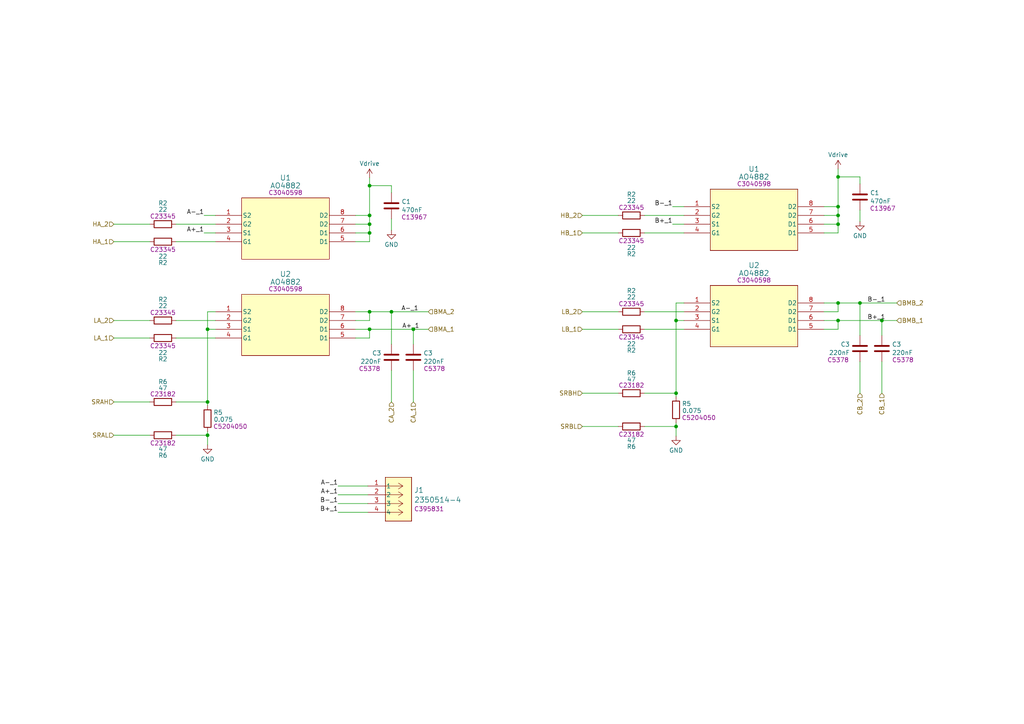
<source format=kicad_sch>
(kicad_sch (version 20230121) (generator eeschema)

  (uuid d9b961a7-9ff8-49c6-bacc-ed279b3c9b05)

  (paper "A4")

  (lib_symbols
    (symbol "AO4882_1" (pin_names (offset 0.254)) (in_bom yes) (on_board yes)
      (property "Reference" "Q" (at 20.32 10.16 0)
        (effects (font (size 1.524 1.524)))
      )
      (property "Value" "AO4882" (at 20.32 7.62 0)
        (effects (font (size 1.524 1.524)))
      )
      (property "Footprint" "SO-8_AOS" (at 20.066 -16.002 0)
        (effects (font (size 1.27 1.27) italic) hide)
      )
      (property "Datasheet" "AO4882" (at 20.066 -16.002 0)
        (effects (font (size 1.27 1.27) italic) hide)
      )
      (property "JLCPCB Part #" "C3040598" (at 20.32 -14.224 0)
        (effects (font (size 1.27 1.27)))
      )
      (property "JLCPCB Rotation Offset" "0" (at 20.574 -16.256 0)
        (effects (font (size 1.27 1.27)) hide)
      )
      (property "JLCPCB Position Offset" "0,0" (at 20.574 -16.256 0)
        (effects (font (size 1.27 1.27)) hide)
      )
      (property "ki_keywords" "AO4882" (at 0 0 0)
        (effects (font (size 1.27 1.27)) hide)
      )
      (property "ki_description" "SOIC-8  MOSFETs ROHS" (at 0 0 0)
        (effects (font (size 1.27 1.27)) hide)
      )
      (property "ki_fp_filters" "SO-8_AOS SO-8_AOS-M SO-8_AOS-L" (at 0 0 0)
        (effects (font (size 1.27 1.27)) hide)
      )
      (symbol "AO4882_1_0_1"
        (polyline
          (pts
            (xy 7.62 -12.7)
            (xy 33.02 -12.7)
          )
          (stroke (width 0.127) (type default))
          (fill (type none))
        )
        (polyline
          (pts
            (xy 7.62 5.08)
            (xy 7.62 -12.7)
          )
          (stroke (width 0.127) (type default))
          (fill (type none))
        )
        (polyline
          (pts
            (xy 33.02 -12.7)
            (xy 33.02 5.08)
          )
          (stroke (width 0.127) (type default))
          (fill (type none))
        )
        (polyline
          (pts
            (xy 33.02 5.08)
            (xy 7.62 5.08)
          )
          (stroke (width 0.127) (type default))
          (fill (type none))
        )
        (pin unspecified line (at 0 0 0) (length 7.62)
          (name "S2" (effects (font (size 1.27 1.27))))
          (number "1" (effects (font (size 1.27 1.27))))
        )
        (pin bidirectional line (at 0 -2.54 0) (length 7.62)
          (name "G2" (effects (font (size 1.27 1.27))))
          (number "2" (effects (font (size 1.27 1.27))))
        )
        (pin bidirectional line (at 0 -5.08 0) (length 7.62)
          (name "S1" (effects (font (size 1.27 1.27))))
          (number "3" (effects (font (size 1.27 1.27))))
        )
        (pin bidirectional line (at 0 -7.62 0) (length 7.62)
          (name "G1" (effects (font (size 1.27 1.27))))
          (number "4" (effects (font (size 1.27 1.27))))
        )
        (pin bidirectional line (at 40.64 -7.62 180) (length 7.62)
          (name "D1" (effects (font (size 1.27 1.27))))
          (number "5" (effects (font (size 1.27 1.27))))
        )
        (pin bidirectional line (at 40.64 -5.08 180) (length 7.62)
          (name "D1" (effects (font (size 1.27 1.27))))
          (number "6" (effects (font (size 1.27 1.27))))
        )
        (pin bidirectional line (at 40.64 -2.54 180) (length 7.62)
          (name "D2" (effects (font (size 1.27 1.27))))
          (number "7" (effects (font (size 1.27 1.27))))
        )
        (pin bidirectional line (at 40.64 0 180) (length 7.62)
          (name "D2" (effects (font (size 1.27 1.27))))
          (number "8" (effects (font (size 1.27 1.27))))
        )
      )
      (symbol "AO4882_1_1_1"
        (rectangle (start 7.62 5.08) (end 33.02 -12.7)
          (stroke (width 0) (type default))
          (fill (type background))
        )
      )
    )
    (symbol "AO4882_2" (pin_names (offset 0.254)) (in_bom yes) (on_board yes)
      (property "Reference" "U" (at 20.32 10.16 0)
        (effects (font (size 1.524 1.524)))
      )
      (property "Value" "AO4882" (at 20.32 7.62 0)
        (effects (font (size 1.524 1.524)))
      )
      (property "Footprint" "SO-8_AOS" (at 20.066 -16.002 0)
        (effects (font (size 1.27 1.27) italic) hide)
      )
      (property "Datasheet" "AO4882" (at 20.066 -16.002 0)
        (effects (font (size 1.27 1.27) italic) hide)
      )
      (property "JLCPCB Part #" "C3040598" (at 20.32 -14.224 0)
        (effects (font (size 1.27 1.27)))
      )
      (property "JLCPCB Rotation Offset" "0" (at 20.574 -16.256 0)
        (effects (font (size 1.27 1.27)) hide)
      )
      (property "JLCPCB Position Offset" "0,0" (at 20.574 -16.256 0)
        (effects (font (size 1.27 1.27)) hide)
      )
      (property "ki_keywords" "AO4882" (at 0 0 0)
        (effects (font (size 1.27 1.27)) hide)
      )
      (property "ki_description" "SOIC-8  MOSFETs ROHS" (at 0 0 0)
        (effects (font (size 1.27 1.27)) hide)
      )
      (property "ki_fp_filters" "SO-8_AOS SO-8_AOS-M SO-8_AOS-L" (at 0 0 0)
        (effects (font (size 1.27 1.27)) hide)
      )
      (symbol "AO4882_2_0_1"
        (polyline
          (pts
            (xy 7.62 -12.7)
            (xy 33.02 -12.7)
          )
          (stroke (width 0.127) (type default))
          (fill (type none))
        )
        (polyline
          (pts
            (xy 7.62 5.08)
            (xy 7.62 -12.7)
          )
          (stroke (width 0.127) (type default))
          (fill (type none))
        )
        (polyline
          (pts
            (xy 33.02 -12.7)
            (xy 33.02 5.08)
          )
          (stroke (width 0.127) (type default))
          (fill (type none))
        )
        (polyline
          (pts
            (xy 33.02 5.08)
            (xy 7.62 5.08)
          )
          (stroke (width 0.127) (type default))
          (fill (type none))
        )
        (pin unspecified line (at 0 0 0) (length 7.62)
          (name "S2" (effects (font (size 1.27 1.27))))
          (number "1" (effects (font (size 1.27 1.27))))
        )
        (pin bidirectional line (at 0 -2.54 0) (length 7.62)
          (name "G2" (effects (font (size 1.27 1.27))))
          (number "2" (effects (font (size 1.27 1.27))))
        )
        (pin bidirectional line (at 0 -5.08 0) (length 7.62)
          (name "S1" (effects (font (size 1.27 1.27))))
          (number "3" (effects (font (size 1.27 1.27))))
        )
        (pin bidirectional line (at 0 -7.62 0) (length 7.62)
          (name "G1" (effects (font (size 1.27 1.27))))
          (number "4" (effects (font (size 1.27 1.27))))
        )
        (pin bidirectional line (at 40.64 -7.62 180) (length 7.62)
          (name "D1" (effects (font (size 1.27 1.27))))
          (number "5" (effects (font (size 1.27 1.27))))
        )
        (pin bidirectional line (at 40.64 -5.08 180) (length 7.62)
          (name "D1" (effects (font (size 1.27 1.27))))
          (number "6" (effects (font (size 1.27 1.27))))
        )
        (pin bidirectional line (at 40.64 -2.54 180) (length 7.62)
          (name "D2" (effects (font (size 1.27 1.27))))
          (number "7" (effects (font (size 1.27 1.27))))
        )
        (pin bidirectional line (at 40.64 0 180) (length 7.62)
          (name "D2" (effects (font (size 1.27 1.27))))
          (number "8" (effects (font (size 1.27 1.27))))
        )
      )
      (symbol "AO4882_2_1_1"
        (rectangle (start 7.62 5.08) (end 33.02 -12.7)
          (stroke (width 0) (type default))
          (fill (type background))
        )
      )
    )
    (symbol "AO4882_3" (pin_names (offset 0.254)) (in_bom yes) (on_board yes)
      (property "Reference" "U" (at 20.32 10.16 0)
        (effects (font (size 1.524 1.524)))
      )
      (property "Value" "AO4882" (at 20.32 7.62 0)
        (effects (font (size 1.524 1.524)))
      )
      (property "Footprint" "SO-8_AOS" (at 20.066 -16.002 0)
        (effects (font (size 1.27 1.27) italic) hide)
      )
      (property "Datasheet" "AO4882" (at 20.066 -16.002 0)
        (effects (font (size 1.27 1.27) italic) hide)
      )
      (property "JLCPCB Part #" "C3040598" (at 20.32 -14.224 0)
        (effects (font (size 1.27 1.27)))
      )
      (property "JLCPCB Rotation Offset" "0" (at 20.574 -16.256 0)
        (effects (font (size 1.27 1.27)) hide)
      )
      (property "JLCPCB Position Offset" "0,0" (at 20.574 -16.256 0)
        (effects (font (size 1.27 1.27)) hide)
      )
      (property "ki_keywords" "AO4882" (at 0 0 0)
        (effects (font (size 1.27 1.27)) hide)
      )
      (property "ki_description" "SOIC-8  MOSFETs ROHS" (at 0 0 0)
        (effects (font (size 1.27 1.27)) hide)
      )
      (property "ki_fp_filters" "SO-8_AOS SO-8_AOS-M SO-8_AOS-L" (at 0 0 0)
        (effects (font (size 1.27 1.27)) hide)
      )
      (symbol "AO4882_3_0_1"
        (polyline
          (pts
            (xy 7.62 -12.7)
            (xy 33.02 -12.7)
          )
          (stroke (width 0.127) (type default))
          (fill (type none))
        )
        (polyline
          (pts
            (xy 7.62 5.08)
            (xy 7.62 -12.7)
          )
          (stroke (width 0.127) (type default))
          (fill (type none))
        )
        (polyline
          (pts
            (xy 33.02 -12.7)
            (xy 33.02 5.08)
          )
          (stroke (width 0.127) (type default))
          (fill (type none))
        )
        (polyline
          (pts
            (xy 33.02 5.08)
            (xy 7.62 5.08)
          )
          (stroke (width 0.127) (type default))
          (fill (type none))
        )
        (pin unspecified line (at 0 0 0) (length 7.62)
          (name "S2" (effects (font (size 1.27 1.27))))
          (number "1" (effects (font (size 1.27 1.27))))
        )
        (pin bidirectional line (at 0 -2.54 0) (length 7.62)
          (name "G2" (effects (font (size 1.27 1.27))))
          (number "2" (effects (font (size 1.27 1.27))))
        )
        (pin bidirectional line (at 0 -5.08 0) (length 7.62)
          (name "S1" (effects (font (size 1.27 1.27))))
          (number "3" (effects (font (size 1.27 1.27))))
        )
        (pin bidirectional line (at 0 -7.62 0) (length 7.62)
          (name "G1" (effects (font (size 1.27 1.27))))
          (number "4" (effects (font (size 1.27 1.27))))
        )
        (pin bidirectional line (at 40.64 -7.62 180) (length 7.62)
          (name "D1" (effects (font (size 1.27 1.27))))
          (number "5" (effects (font (size 1.27 1.27))))
        )
        (pin bidirectional line (at 40.64 -5.08 180) (length 7.62)
          (name "D1" (effects (font (size 1.27 1.27))))
          (number "6" (effects (font (size 1.27 1.27))))
        )
        (pin bidirectional line (at 40.64 -2.54 180) (length 7.62)
          (name "D2" (effects (font (size 1.27 1.27))))
          (number "7" (effects (font (size 1.27 1.27))))
        )
        (pin bidirectional line (at 40.64 0 180) (length 7.62)
          (name "D2" (effects (font (size 1.27 1.27))))
          (number "8" (effects (font (size 1.27 1.27))))
        )
      )
      (symbol "AO4882_3_1_1"
        (rectangle (start 7.62 5.08) (end 33.02 -12.7)
          (stroke (width 0) (type default))
          (fill (type background))
        )
      )
    )
    (symbol "Device:C" (pin_numbers hide) (pin_names (offset 0.254)) (in_bom yes) (on_board yes)
      (property "Reference" "C" (at 0.635 2.54 0)
        (effects (font (size 1.27 1.27)) (justify left))
      )
      (property "Value" "C" (at 0.635 -2.54 0)
        (effects (font (size 1.27 1.27)) (justify left))
      )
      (property "Footprint" "" (at 0.9652 -3.81 0)
        (effects (font (size 1.27 1.27)) hide)
      )
      (property "Datasheet" "~" (at 1.27 -5.08 0)
        (effects (font (size 1.27 1.27)) hide)
      )
      (property "JLCPCB Part #" "" (at 4.826 -5.08 0)
        (effects (font (size 1.27 1.27)))
      )
      (property "JLCPCB Rotation Offset" "0" (at 1.27 -5.08 0)
        (effects (font (size 1.27 1.27)) hide)
      )
      (property "JLCPCB Position Offset" "0,0" (at 2.54 -5.08 0)
        (effects (font (size 1.27 1.27)) hide)
      )
      (property "Description" "Cap" (at 0 0 0)
        (effects (font (size 1.27 1.27)) hide)
      )
      (property "ki_keywords" "cap capacitor" (at 0 0 0)
        (effects (font (size 1.27 1.27)) hide)
      )
      (property "ki_description" "Unpolarized capacitor" (at 0 0 0)
        (effects (font (size 1.27 1.27)) hide)
      )
      (property "ki_fp_filters" "C_*" (at 0 0 0)
        (effects (font (size 1.27 1.27)) hide)
      )
      (symbol "C_0_1"
        (polyline
          (pts
            (xy -2.032 -0.762)
            (xy 2.032 -0.762)
          )
          (stroke (width 0.508) (type default))
          (fill (type none))
        )
        (polyline
          (pts
            (xy -2.032 0.762)
            (xy 2.032 0.762)
          )
          (stroke (width 0.508) (type default))
          (fill (type none))
        )
      )
      (symbol "C_1_1"
        (pin passive line (at 0 3.81 270) (length 2.794)
          (name "~" (effects (font (size 1.27 1.27))))
          (number "1" (effects (font (size 1.27 1.27))))
        )
        (pin passive line (at 0 -3.81 90) (length 2.794)
          (name "~" (effects (font (size 1.27 1.27))))
          (number "2" (effects (font (size 1.27 1.27))))
        )
      )
    )
    (symbol "Device:R" (pin_numbers hide) (pin_names (offset 0)) (in_bom yes) (on_board yes)
      (property "Reference" "R" (at 2.032 0 90)
        (effects (font (size 1.27 1.27)))
      )
      (property "Value" "R" (at 0 0 90)
        (effects (font (size 1.27 1.27)))
      )
      (property "Footprint" "" (at -1.778 0 90)
        (effects (font (size 1.27 1.27)) hide)
      )
      (property "Datasheet" "~" (at 0 0 0)
        (effects (font (size 1.27 1.27)) hide)
      )
      (property "JLCPCB Part #" "" (at 0 0 0)
        (effects (font (size 1.27 1.27)) hide)
      )
      (property "JLCPCB Rotation Offset" "0" (at 0 0 0)
        (effects (font (size 1.27 1.27)) hide)
      )
      (property "JLCPCB Position Offset" "0,0" (at 0 0 0)
        (effects (font (size 1.27 1.27)) hide)
      )
      (property "Description" "Resistor" (at 5.08 -2.54 0)
        (effects (font (size 1.27 1.27)) hide)
      )
      (property "ki_keywords" "R res resistor" (at 0 0 0)
        (effects (font (size 1.27 1.27)) hide)
      )
      (property "ki_description" "Resistor" (at 0 0 0)
        (effects (font (size 1.27 1.27)) hide)
      )
      (property "ki_fp_filters" "R_*" (at 0 0 0)
        (effects (font (size 1.27 1.27)) hide)
      )
      (symbol "R_0_1"
        (rectangle (start -1.016 -2.54) (end 1.016 2.54)
          (stroke (width 0.254) (type default))
          (fill (type none))
        )
      )
      (symbol "R_1_1"
        (pin passive line (at 0 3.81 270) (length 1.27)
          (name "~" (effects (font (size 1.27 1.27))))
          (number "1" (effects (font (size 1.27 1.27))))
        )
        (pin passive line (at 0 -3.81 90) (length 1.27)
          (name "~" (effects (font (size 1.27 1.27))))
          (number "2" (effects (font (size 1.27 1.27))))
        )
      )
    )
    (symbol "GND_1" (power) (pin_names (offset 0)) (in_bom yes) (on_board yes)
      (property "Reference" "#PWR" (at 0 -6.35 0)
        (effects (font (size 1.27 1.27)) hide)
      )
      (property "Value" "GND_1" (at 0 -3.81 0)
        (effects (font (size 1.27 1.27)))
      )
      (property "Footprint" "" (at 0 0 0)
        (effects (font (size 1.27 1.27)) hide)
      )
      (property "Datasheet" "" (at 0 0 0)
        (effects (font (size 1.27 1.27)) hide)
      )
      (property "ki_keywords" "global power" (at 0 0 0)
        (effects (font (size 1.27 1.27)) hide)
      )
      (property "ki_description" "Power symbol creates a global label with name \"GND\" , ground" (at 0 0 0)
        (effects (font (size 1.27 1.27)) hide)
      )
      (symbol "GND_1_0_1"
        (polyline
          (pts
            (xy 0 0)
            (xy 0 -1.27)
            (xy 1.27 -1.27)
            (xy 0 -2.54)
            (xy -1.27 -1.27)
            (xy 0 -1.27)
          )
          (stroke (width 0) (type default))
          (fill (type none))
        )
      )
      (symbol "GND_1_1_1"
        (pin power_in line (at 0 0 270) (length 0) hide
          (name "GND" (effects (font (size 1.27 1.27))))
          (number "1" (effects (font (size 1.27 1.27))))
        )
      )
    )
    (symbol "JLCPCB_Connectors_Right_Angle:P3.50_4POS_TE_2350514-4" (pin_names (offset 0.254)) (in_bom yes) (on_board yes)
      (property "Reference" "J" (at 8.89 3.81 0)
        (effects (font (size 1.524 1.524)))
      )
      (property "Value" "2350514-4" (at 8.89 -11.43 0)
        (effects (font (size 1.524 1.524)))
      )
      (property "Footprint" "JLCPCB_Connectors_THT:P3.50mm_4POS_Right_TE" (at 0 0 0)
        (effects (font (size 1.27 1.27) italic) hide)
      )
      (property "Datasheet" "https://www.te.com/commerce/DocumentDelivery/DDEController?Action=srchrtrv&DocNm=2350514&DocType=Customer+Drawing&DocLang=English" (at 0 0 0)
        (effects (font (size 1.27 1.27) italic) hide)
      )
      (property "JLCPCB Part #" "C395831" (at 8.89 -13.97 0)
        (effects (font (size 1.27 1.27)))
      )
      (property "JLCPCB Rotation Offset" "0" (at 0 0 0)
        (effects (font (size 1.27 1.27)) hide)
      )
      (property "JLCPCB Position Offset" "5.25,0" (at 0 0 0)
        (effects (font (size 1.27 1.27)) hide)
      )
      (property "ki_keywords" "4POS, P3.50mm,Right Angle, 90°" (at 0 0 0)
        (effects (font (size 1.27 1.27)) hide)
      )
      (property "ki_description" "4 Position Header, Male Pins, P=3.50mm, 90°, Right Angle Through Hole" (at 0 0 0)
        (effects (font (size 1.27 1.27)) hide)
      )
      (property "ki_fp_filters" "CONN4_1155650000_TEC" (at 0 0 0)
        (effects (font (size 1.27 1.27)) hide)
      )
      (symbol "P3.50_4POS_TE_2350514-4_1_1"
        (polyline
          (pts
            (xy 5.08 -10.16)
            (xy 12.7 -10.16)
          )
          (stroke (width 0.127) (type default))
          (fill (type none))
        )
        (polyline
          (pts
            (xy 5.08 2.54)
            (xy 5.08 -10.16)
          )
          (stroke (width 0.127) (type default))
          (fill (type none))
        )
        (polyline
          (pts
            (xy 10.16 -7.62)
            (xy 5.08 -7.62)
          )
          (stroke (width 0.127) (type default))
          (fill (type none))
        )
        (polyline
          (pts
            (xy 10.16 -7.62)
            (xy 8.89 -8.4667)
          )
          (stroke (width 0.127) (type default))
          (fill (type none))
        )
        (polyline
          (pts
            (xy 10.16 -7.62)
            (xy 8.89 -6.7733)
          )
          (stroke (width 0.127) (type default))
          (fill (type none))
        )
        (polyline
          (pts
            (xy 10.16 -5.08)
            (xy 5.08 -5.08)
          )
          (stroke (width 0.127) (type default))
          (fill (type none))
        )
        (polyline
          (pts
            (xy 10.16 -5.08)
            (xy 8.89 -5.9267)
          )
          (stroke (width 0.127) (type default))
          (fill (type none))
        )
        (polyline
          (pts
            (xy 10.16 -5.08)
            (xy 8.89 -4.2333)
          )
          (stroke (width 0.127) (type default))
          (fill (type none))
        )
        (polyline
          (pts
            (xy 10.16 -2.54)
            (xy 5.08 -2.54)
          )
          (stroke (width 0.127) (type default))
          (fill (type none))
        )
        (polyline
          (pts
            (xy 10.16 -2.54)
            (xy 8.89 -3.3867)
          )
          (stroke (width 0.127) (type default))
          (fill (type none))
        )
        (polyline
          (pts
            (xy 10.16 -2.54)
            (xy 8.89 -1.6933)
          )
          (stroke (width 0.127) (type default))
          (fill (type none))
        )
        (polyline
          (pts
            (xy 10.16 0)
            (xy 5.08 0)
          )
          (stroke (width 0.127) (type default))
          (fill (type none))
        )
        (polyline
          (pts
            (xy 10.16 0)
            (xy 8.89 -0.8467)
          )
          (stroke (width 0.127) (type default))
          (fill (type none))
        )
        (polyline
          (pts
            (xy 10.16 0)
            (xy 8.89 0.8467)
          )
          (stroke (width 0.127) (type default))
          (fill (type none))
        )
        (polyline
          (pts
            (xy 12.7 -10.16)
            (xy 12.7 2.54)
          )
          (stroke (width 0.127) (type default))
          (fill (type none))
        )
        (polyline
          (pts
            (xy 12.7 2.54)
            (xy 5.08 2.54)
          )
          (stroke (width 0.127) (type default))
          (fill (type none))
        )
        (rectangle (start 5.08 2.54) (end 12.7 -10.16)
          (stroke (width 0) (type default))
          (fill (type background))
        )
        (pin unspecified line (at 0 0 0) (length 5.08)
          (name "1" (effects (font (size 1.27 1.27))))
          (number "1" (effects (font (size 1.27 1.27))))
        )
        (pin unspecified line (at 0 -2.54 0) (length 5.08)
          (name "2" (effects (font (size 1.27 1.27))))
          (number "2" (effects (font (size 1.27 1.27))))
        )
        (pin unspecified line (at 0 -5.08 0) (length 5.08)
          (name "3" (effects (font (size 1.27 1.27))))
          (number "3" (effects (font (size 1.27 1.27))))
        )
        (pin unspecified line (at 0 -7.62 0) (length 5.08)
          (name "4" (effects (font (size 1.27 1.27))))
          (number "4" (effects (font (size 1.27 1.27))))
        )
      )
      (symbol "P3.50_4POS_TE_2350514-4_1_2"
        (polyline
          (pts
            (xy 5.08 -10.16)
            (xy 12.7 -10.16)
          )
          (stroke (width 0.127) (type default))
          (fill (type none))
        )
        (polyline
          (pts
            (xy 5.08 2.54)
            (xy 5.08 -10.16)
          )
          (stroke (width 0.127) (type default))
          (fill (type none))
        )
        (polyline
          (pts
            (xy 7.62 -7.62)
            (xy 5.08 -7.62)
          )
          (stroke (width 0.127) (type default))
          (fill (type none))
        )
        (polyline
          (pts
            (xy 7.62 -7.62)
            (xy 8.89 -8.4667)
          )
          (stroke (width 0.127) (type default))
          (fill (type none))
        )
        (polyline
          (pts
            (xy 7.62 -7.62)
            (xy 8.89 -6.7733)
          )
          (stroke (width 0.127) (type default))
          (fill (type none))
        )
        (polyline
          (pts
            (xy 7.62 -5.08)
            (xy 5.08 -5.08)
          )
          (stroke (width 0.127) (type default))
          (fill (type none))
        )
        (polyline
          (pts
            (xy 7.62 -5.08)
            (xy 8.89 -5.9267)
          )
          (stroke (width 0.127) (type default))
          (fill (type none))
        )
        (polyline
          (pts
            (xy 7.62 -5.08)
            (xy 8.89 -4.2333)
          )
          (stroke (width 0.127) (type default))
          (fill (type none))
        )
        (polyline
          (pts
            (xy 7.62 -2.54)
            (xy 5.08 -2.54)
          )
          (stroke (width 0.127) (type default))
          (fill (type none))
        )
        (polyline
          (pts
            (xy 7.62 -2.54)
            (xy 8.89 -3.3867)
          )
          (stroke (width 0.127) (type default))
          (fill (type none))
        )
        (polyline
          (pts
            (xy 7.62 -2.54)
            (xy 8.89 -1.6933)
          )
          (stroke (width 0.127) (type default))
          (fill (type none))
        )
        (polyline
          (pts
            (xy 7.62 0)
            (xy 5.08 0)
          )
          (stroke (width 0.127) (type default))
          (fill (type none))
        )
        (polyline
          (pts
            (xy 7.62 0)
            (xy 8.89 -0.8467)
          )
          (stroke (width 0.127) (type default))
          (fill (type none))
        )
        (polyline
          (pts
            (xy 7.62 0)
            (xy 8.89 0.8467)
          )
          (stroke (width 0.127) (type default))
          (fill (type none))
        )
        (polyline
          (pts
            (xy 12.7 -10.16)
            (xy 12.7 2.54)
          )
          (stroke (width 0.127) (type default))
          (fill (type none))
        )
        (polyline
          (pts
            (xy 12.7 2.54)
            (xy 5.08 2.54)
          )
          (stroke (width 0.127) (type default))
          (fill (type none))
        )
        (pin unspecified line (at 0 0 0) (length 5.08)
          (name "1" (effects (font (size 1.27 1.27))))
          (number "1" (effects (font (size 1.27 1.27))))
        )
        (pin unspecified line (at 0 -2.54 0) (length 5.08)
          (name "2" (effects (font (size 1.27 1.27))))
          (number "2" (effects (font (size 1.27 1.27))))
        )
        (pin unspecified line (at 0 -5.08 0) (length 5.08)
          (name "3" (effects (font (size 1.27 1.27))))
          (number "3" (effects (font (size 1.27 1.27))))
        )
        (pin unspecified line (at 0 -7.62 0) (length 5.08)
          (name "4" (effects (font (size 1.27 1.27))))
          (number "4" (effects (font (size 1.27 1.27))))
        )
      )
    )
    (symbol "Transistor_Array:AO4882" (pin_names (offset 0.254)) (in_bom yes) (on_board yes)
      (property "Reference" "U" (at 20.32 10.16 0)
        (effects (font (size 1.524 1.524)))
      )
      (property "Value" "AO4882" (at 20.32 7.62 0)
        (effects (font (size 1.524 1.524)))
      )
      (property "Footprint" "SO-8_AOS" (at 20.066 -16.002 0)
        (effects (font (size 1.27 1.27) italic) hide)
      )
      (property "Datasheet" "AO4882" (at 20.066 -16.002 0)
        (effects (font (size 1.27 1.27) italic) hide)
      )
      (property "JLCPCB Part #" "C3040598" (at 20.32 -14.224 0)
        (effects (font (size 1.27 1.27)))
      )
      (property "JLCPCB Rotation Offset" "0" (at 20.574 -16.256 0)
        (effects (font (size 1.27 1.27)) hide)
      )
      (property "JLCPCB Position Offset" "0,0" (at 20.574 -16.256 0)
        (effects (font (size 1.27 1.27)) hide)
      )
      (property "ki_keywords" "AO4882" (at 0 0 0)
        (effects (font (size 1.27 1.27)) hide)
      )
      (property "ki_description" "SOIC-8  MOSFETs ROHS" (at 0 0 0)
        (effects (font (size 1.27 1.27)) hide)
      )
      (property "ki_fp_filters" "SO-8_AOS SO-8_AOS-M SO-8_AOS-L" (at 0 0 0)
        (effects (font (size 1.27 1.27)) hide)
      )
      (symbol "AO4882_0_1"
        (polyline
          (pts
            (xy 7.62 -12.7)
            (xy 33.02 -12.7)
          )
          (stroke (width 0.127) (type default))
          (fill (type none))
        )
        (polyline
          (pts
            (xy 7.62 5.08)
            (xy 7.62 -12.7)
          )
          (stroke (width 0.127) (type default))
          (fill (type none))
        )
        (polyline
          (pts
            (xy 33.02 -12.7)
            (xy 33.02 5.08)
          )
          (stroke (width 0.127) (type default))
          (fill (type none))
        )
        (polyline
          (pts
            (xy 33.02 5.08)
            (xy 7.62 5.08)
          )
          (stroke (width 0.127) (type default))
          (fill (type none))
        )
        (pin unspecified line (at 0 0 0) (length 7.62)
          (name "S2" (effects (font (size 1.27 1.27))))
          (number "1" (effects (font (size 1.27 1.27))))
        )
        (pin bidirectional line (at 0 -2.54 0) (length 7.62)
          (name "G2" (effects (font (size 1.27 1.27))))
          (number "2" (effects (font (size 1.27 1.27))))
        )
        (pin bidirectional line (at 0 -5.08 0) (length 7.62)
          (name "S1" (effects (font (size 1.27 1.27))))
          (number "3" (effects (font (size 1.27 1.27))))
        )
        (pin bidirectional line (at 0 -7.62 0) (length 7.62)
          (name "G1" (effects (font (size 1.27 1.27))))
          (number "4" (effects (font (size 1.27 1.27))))
        )
        (pin bidirectional line (at 40.64 -7.62 180) (length 7.62)
          (name "D1" (effects (font (size 1.27 1.27))))
          (number "5" (effects (font (size 1.27 1.27))))
        )
        (pin bidirectional line (at 40.64 -5.08 180) (length 7.62)
          (name "D1" (effects (font (size 1.27 1.27))))
          (number "6" (effects (font (size 1.27 1.27))))
        )
        (pin bidirectional line (at 40.64 -2.54 180) (length 7.62)
          (name "D2" (effects (font (size 1.27 1.27))))
          (number "7" (effects (font (size 1.27 1.27))))
        )
        (pin bidirectional line (at 40.64 0 180) (length 7.62)
          (name "D2" (effects (font (size 1.27 1.27))))
          (number "8" (effects (font (size 1.27 1.27))))
        )
      )
      (symbol "AO4882_1_1"
        (rectangle (start 7.62 5.08) (end 33.02 -12.7)
          (stroke (width 0) (type default))
          (fill (type background))
        )
      )
    )
    (symbol "power:Vdrive" (power) (pin_names (offset 0)) (in_bom yes) (on_board yes)
      (property "Reference" "#PWR" (at -5.08 -3.81 0)
        (effects (font (size 1.27 1.27)) hide)
      )
      (property "Value" "Vdrive" (at 0 3.81 0)
        (effects (font (size 1.27 1.27)))
      )
      (property "Footprint" "" (at 0 0 0)
        (effects (font (size 1.27 1.27)) hide)
      )
      (property "Datasheet" "" (at 0 0 0)
        (effects (font (size 1.27 1.27)) hide)
      )
      (property "ki_keywords" "global power" (at 0 0 0)
        (effects (font (size 1.27 1.27)) hide)
      )
      (property "ki_description" "Power symbol creates a global label with name \"Vdrive\"" (at 0 0 0)
        (effects (font (size 1.27 1.27)) hide)
      )
      (symbol "Vdrive_0_1"
        (polyline
          (pts
            (xy -0.762 1.27)
            (xy 0 2.54)
          )
          (stroke (width 0) (type default))
          (fill (type none))
        )
        (polyline
          (pts
            (xy 0 0)
            (xy 0 2.54)
          )
          (stroke (width 0) (type default))
          (fill (type none))
        )
        (polyline
          (pts
            (xy 0 2.54)
            (xy 0.762 1.27)
          )
          (stroke (width 0) (type default))
          (fill (type none))
        )
      )
      (symbol "Vdrive_1_1"
        (pin power_in line (at 0 0 90) (length 0) hide
          (name "Vdrive" (effects (font (size 1.27 1.27))))
          (number "1" (effects (font (size 1.27 1.27))))
        )
      )
    )
  )

  (junction (at 243.078 51.308) (diameter 0) (color 0 0 0 0)
    (uuid 0314e41c-5ced-4667-8fa8-d692de613b11)
  )
  (junction (at 249.428 87.884) (diameter 0) (color 0 0 0 0)
    (uuid 03e311d8-b178-41a9-b7f4-b7a98b97600a)
  )
  (junction (at 196.088 123.698) (diameter 0) (color 0 0 0 0)
    (uuid 0e53da0d-b356-4d30-a2c3-0ac6f5098dc6)
  )
  (junction (at 113.538 90.424) (diameter 0) (color 0 0 0 0)
    (uuid 2df3f94c-ebf1-4492-ba0d-b147b98253f8)
  )
  (junction (at 243.078 65.024) (diameter 0) (color 0 0 0 0)
    (uuid 3cb3b006-67df-4f1f-b1f9-094503fd9b44)
  )
  (junction (at 255.778 92.964) (diameter 0) (color 0 0 0 0)
    (uuid 3dbb389e-2568-4136-b55f-6ef92bab8124)
  )
  (junction (at 107.188 95.504) (diameter 0) (color 0 0 0 0)
    (uuid 3ded90b0-2075-4343-84c4-1c1a51c89e36)
  )
  (junction (at 107.188 90.424) (diameter 0) (color 0 0 0 0)
    (uuid 4636bdef-6a53-40ee-9d01-6c056c660c0b)
  )
  (junction (at 60.198 116.586) (diameter 0) (color 0 0 0 0)
    (uuid 4d758cf1-6db0-4df3-907b-00d742903f16)
  )
  (junction (at 107.188 67.564) (diameter 0) (color 0 0 0 0)
    (uuid 5e900c4f-6d31-4575-90b2-fb6c8ca05cf8)
  )
  (junction (at 107.188 53.848) (diameter 0) (color 0 0 0 0)
    (uuid 8c64d9fc-b498-489d-a91a-e78b8eec1ab4)
  )
  (junction (at 119.888 95.504) (diameter 0) (color 0 0 0 0)
    (uuid a1b4e0f3-e1e1-4f80-b9c1-e14e72c5600b)
  )
  (junction (at 243.078 59.944) (diameter 0) (color 0 0 0 0)
    (uuid a2ab40c7-4edf-405d-91ec-600fadee8798)
  )
  (junction (at 60.198 126.238) (diameter 0) (color 0 0 0 0)
    (uuid a752f4d2-aa06-4c5f-a94b-44bdf0a2102b)
  )
  (junction (at 243.078 92.964) (diameter 0) (color 0 0 0 0)
    (uuid bfcfaccc-3082-43fb-a49d-2750a7dc0b70)
  )
  (junction (at 107.188 65.024) (diameter 0) (color 0 0 0 0)
    (uuid d2880c1b-fa80-49b6-860a-313432ed558d)
  )
  (junction (at 196.088 92.964) (diameter 0) (color 0 0 0 0)
    (uuid d36e917f-6a0a-4257-9077-ea5fb5f202cd)
  )
  (junction (at 196.088 114.046) (diameter 0) (color 0 0 0 0)
    (uuid dd7e0eed-91c1-4843-b5b4-8c63049af558)
  )
  (junction (at 107.188 62.484) (diameter 0) (color 0 0 0 0)
    (uuid e17ce7b0-1269-480c-8a79-c554b9eef7ce)
  )
  (junction (at 60.198 95.504) (diameter 0) (color 0 0 0 0)
    (uuid e770bf43-8526-4c30-970d-33ac84fa1e6c)
  )
  (junction (at 243.078 87.884) (diameter 0) (color 0 0 0 0)
    (uuid e7cd856a-cd9a-4434-86c5-67efffe81ebc)
  )
  (junction (at 243.078 62.484) (diameter 0) (color 0 0 0 0)
    (uuid ee630704-479c-4551-b625-31ff70c1e4a9)
  )

  (wire (pts (xy 119.888 95.504) (xy 124.206 95.504))
    (stroke (width 0) (type default))
    (uuid 071932d7-a6ea-473f-8d36-62e7c0166fb8)
  )
  (wire (pts (xy 33.02 65.024) (xy 43.434 65.024))
    (stroke (width 0) (type default))
    (uuid 088155d8-de47-4887-830a-5c64e015277a)
  )
  (wire (pts (xy 239.014 62.484) (xy 243.078 62.484))
    (stroke (width 0) (type default))
    (uuid 0d41ed2f-d045-471b-98e7-da0fb4e4ae1d)
  )
  (wire (pts (xy 239.014 65.024) (xy 243.078 65.024))
    (stroke (width 0) (type default))
    (uuid 0d9ca0c2-92da-4e20-8995-8af675b3317d)
  )
  (wire (pts (xy 33.02 126.238) (xy 43.434 126.238))
    (stroke (width 0) (type default))
    (uuid 0de13c60-8998-4fc7-a92c-6abc2484aa32)
  )
  (wire (pts (xy 243.078 67.564) (xy 239.014 67.564))
    (stroke (width 0) (type default))
    (uuid 0eaa332a-c9b4-4b21-802c-adfddc445896)
  )
  (wire (pts (xy 103.124 62.484) (xy 107.188 62.484))
    (stroke (width 0) (type default))
    (uuid 0fd9eb48-9a82-4384-8a5c-96af57ccef5c)
  )
  (wire (pts (xy 239.014 87.884) (xy 243.078 87.884))
    (stroke (width 0) (type default))
    (uuid 105344ac-7f8c-41e2-81eb-54aa762e7b28)
  )
  (wire (pts (xy 243.078 92.964) (xy 255.778 92.964))
    (stroke (width 0) (type default))
    (uuid 1115b4e6-ceb9-417b-9013-a275b75b88b7)
  )
  (wire (pts (xy 51.054 116.586) (xy 60.198 116.586))
    (stroke (width 0) (type default))
    (uuid 135b6199-44d8-49a3-9a1b-b8fa59457907)
  )
  (wire (pts (xy 113.538 53.848) (xy 107.188 53.848))
    (stroke (width 0) (type default))
    (uuid 13a69551-ccde-4999-a2f6-fa16590bbfa2)
  )
  (wire (pts (xy 243.078 51.308) (xy 243.078 59.944))
    (stroke (width 0) (type default))
    (uuid 187594de-5058-4e9f-b999-97b4b296a98f)
  )
  (wire (pts (xy 98.044 146.05) (xy 106.68 146.05))
    (stroke (width 0) (type default))
    (uuid 1c2b6004-b905-4363-9593-a0db83369566)
  )
  (wire (pts (xy 249.428 51.308) (xy 243.078 51.308))
    (stroke (width 0) (type default))
    (uuid 1fb80907-c91f-4789-b8a9-f00b22bc32e2)
  )
  (wire (pts (xy 198.374 87.884) (xy 196.088 87.884))
    (stroke (width 0) (type default))
    (uuid 2071ecb3-1b5d-463e-9f31-f1d76c0f0cbf)
  )
  (wire (pts (xy 98.044 140.97) (xy 106.68 140.97))
    (stroke (width 0) (type default))
    (uuid 21c6e02f-dacb-4bdb-9b95-6da7a7828db4)
  )
  (wire (pts (xy 249.428 87.884) (xy 260.096 87.884))
    (stroke (width 0) (type default))
    (uuid 21fc6f95-36f5-485b-a5e1-d1f842536405)
  )
  (wire (pts (xy 195.072 59.944) (xy 198.374 59.944))
    (stroke (width 0) (type default))
    (uuid 261dc32a-d9d6-45b7-8971-3388fffdbb57)
  )
  (wire (pts (xy 113.538 90.424) (xy 124.206 90.424))
    (stroke (width 0) (type default))
    (uuid 2acd67bf-09ac-4159-bfa7-994949b189f4)
  )
  (wire (pts (xy 107.188 67.564) (xy 107.188 70.104))
    (stroke (width 0) (type default))
    (uuid 2af9db65-19ba-46b3-8016-8a16b4791a7f)
  )
  (wire (pts (xy 255.778 92.964) (xy 260.096 92.964))
    (stroke (width 0) (type default))
    (uuid 2e783deb-8044-4723-906e-a1ff20a9e022)
  )
  (wire (pts (xy 107.188 70.104) (xy 103.124 70.104))
    (stroke (width 0) (type default))
    (uuid 2f4f6a9a-1fbb-4f79-9ef8-8b71ee8cf181)
  )
  (wire (pts (xy 168.91 67.564) (xy 179.324 67.564))
    (stroke (width 0) (type default))
    (uuid 38f47dd1-d1bd-444e-adc7-fbc94407234c)
  )
  (wire (pts (xy 119.888 95.504) (xy 119.888 99.822))
    (stroke (width 0) (type default))
    (uuid 395f7027-fb44-483c-ad44-c005868f0e62)
  )
  (wire (pts (xy 113.538 107.442) (xy 113.538 116.586))
    (stroke (width 0) (type default))
    (uuid 3afe3ac5-f8b4-41f4-b034-903ca4b1768a)
  )
  (wire (pts (xy 107.188 65.024) (xy 107.188 67.564))
    (stroke (width 0) (type default))
    (uuid 3f1d4313-94ac-4613-a0db-0a82001a3995)
  )
  (wire (pts (xy 60.198 116.586) (xy 60.198 117.602))
    (stroke (width 0) (type default))
    (uuid 3fe5a43e-4f8f-4909-bc3c-74484b655c56)
  )
  (wire (pts (xy 186.944 95.504) (xy 198.374 95.504))
    (stroke (width 0) (type default))
    (uuid 44198f30-4eb3-4eff-b71b-f96c164feb16)
  )
  (wire (pts (xy 249.428 53.34) (xy 249.428 51.308))
    (stroke (width 0) (type default))
    (uuid 44ac9c2d-8ab0-4355-aa92-1090976c3261)
  )
  (wire (pts (xy 243.078 65.024) (xy 243.078 67.564))
    (stroke (width 0) (type default))
    (uuid 4a42d7d6-e047-4959-88d9-6ed65dcc8b7c)
  )
  (wire (pts (xy 239.014 92.964) (xy 243.078 92.964))
    (stroke (width 0) (type default))
    (uuid 4b28e6fe-e8ff-425c-952a-045bde82cf05)
  )
  (wire (pts (xy 186.944 123.698) (xy 196.088 123.698))
    (stroke (width 0) (type default))
    (uuid 4bb742fa-1be4-472e-be46-ea04b5d53955)
  )
  (wire (pts (xy 196.088 92.964) (xy 198.374 92.964))
    (stroke (width 0) (type default))
    (uuid 4beb4f36-414b-44fd-a3dc-184bc941ae24)
  )
  (wire (pts (xy 33.02 98.044) (xy 43.434 98.044))
    (stroke (width 0) (type default))
    (uuid 4c024bfd-1ce1-4b31-8e6e-ea444c5fc1ed)
  )
  (wire (pts (xy 60.198 95.504) (xy 62.484 95.504))
    (stroke (width 0) (type default))
    (uuid 4e6f9e0a-5adf-4bb8-b4f2-198cc5d54295)
  )
  (wire (pts (xy 107.188 90.424) (xy 107.188 92.964))
    (stroke (width 0) (type default))
    (uuid 50fbadce-0ae7-4be1-be77-dcc7329440f0)
  )
  (wire (pts (xy 243.078 87.884) (xy 249.428 87.884))
    (stroke (width 0) (type default))
    (uuid 533ccc62-0a88-4e8e-bf3a-4ca5558db481)
  )
  (wire (pts (xy 59.182 62.484) (xy 62.484 62.484))
    (stroke (width 0) (type default))
    (uuid 55dcab81-81bd-4621-a6cf-80842f88f4b2)
  )
  (wire (pts (xy 186.944 62.484) (xy 198.374 62.484))
    (stroke (width 0) (type default))
    (uuid 57f8bc71-1d17-4712-b76f-2dbd67eccfbb)
  )
  (wire (pts (xy 60.198 126.238) (xy 60.198 129.032))
    (stroke (width 0) (type default))
    (uuid 59db97ac-170c-4df0-92d4-63d13ebbf7f2)
  )
  (wire (pts (xy 103.124 90.424) (xy 107.188 90.424))
    (stroke (width 0) (type default))
    (uuid 5ff82e38-c746-4eae-8c82-91ca077bc7fe)
  )
  (wire (pts (xy 103.124 92.964) (xy 107.188 92.964))
    (stroke (width 0) (type default))
    (uuid 61e738b2-ae8d-4b93-b72c-0733337bdf6c)
  )
  (wire (pts (xy 107.188 51.562) (xy 107.188 53.848))
    (stroke (width 0) (type default))
    (uuid 654ba582-c4bd-415b-97c1-1f898ce7fdc6)
  )
  (wire (pts (xy 33.02 116.586) (xy 43.434 116.586))
    (stroke (width 0) (type default))
    (uuid 6766dac5-c046-4711-b48a-6cac1c8444d6)
  )
  (wire (pts (xy 196.088 122.682) (xy 196.088 123.698))
    (stroke (width 0) (type default))
    (uuid 6b525f0b-b3bc-4d45-a13e-78ba8d5ee43c)
  )
  (wire (pts (xy 60.198 90.424) (xy 60.198 95.504))
    (stroke (width 0) (type default))
    (uuid 6bfa906d-7571-4ec2-b9a7-4da1aaa4a530)
  )
  (wire (pts (xy 168.91 62.484) (xy 179.324 62.484))
    (stroke (width 0) (type default))
    (uuid 6d9292bd-0690-447e-987a-75041795b481)
  )
  (wire (pts (xy 113.538 63.5) (xy 113.538 66.802))
    (stroke (width 0) (type default))
    (uuid 6e1b7ab7-b27f-49a8-9b38-b9351e8f8c39)
  )
  (wire (pts (xy 62.484 90.424) (xy 60.198 90.424))
    (stroke (width 0) (type default))
    (uuid 7762a7a6-c2b5-454b-9457-4247f31d6deb)
  )
  (wire (pts (xy 60.198 125.222) (xy 60.198 126.238))
    (stroke (width 0) (type default))
    (uuid 788efd6d-3c01-49f7-90a9-10d1c3097e00)
  )
  (wire (pts (xy 195.072 65.024) (xy 198.374 65.024))
    (stroke (width 0) (type default))
    (uuid 7a3e8b93-93e1-4f3e-81f5-6d6fe1fc3806)
  )
  (wire (pts (xy 249.428 60.96) (xy 249.428 64.262))
    (stroke (width 0) (type default))
    (uuid 7ebf7ebb-1c20-4a7a-a8c8-cbd5339b9a43)
  )
  (wire (pts (xy 51.054 126.238) (xy 60.198 126.238))
    (stroke (width 0) (type default))
    (uuid 813277d7-8532-4068-9cc4-87c509873e81)
  )
  (wire (pts (xy 243.078 95.504) (xy 239.014 95.504))
    (stroke (width 0) (type default))
    (uuid 835205ea-6c4a-4886-b1cf-8347c3b91012)
  )
  (wire (pts (xy 107.188 98.044) (xy 103.124 98.044))
    (stroke (width 0) (type default))
    (uuid 89f65807-1b42-4f95-98f4-10a2ec1c79a2)
  )
  (wire (pts (xy 98.044 148.59) (xy 106.68 148.59))
    (stroke (width 0) (type default))
    (uuid 92a8569a-27bb-471b-9309-dc1867da335a)
  )
  (wire (pts (xy 113.538 55.88) (xy 113.538 53.848))
    (stroke (width 0) (type default))
    (uuid 945dbb7b-b7f8-47bf-9dd7-92bf3f654991)
  )
  (wire (pts (xy 186.944 67.564) (xy 198.374 67.564))
    (stroke (width 0) (type default))
    (uuid 9690d232-c69b-4d90-8373-1514a4978fc8)
  )
  (wire (pts (xy 243.078 49.022) (xy 243.078 51.308))
    (stroke (width 0) (type default))
    (uuid 96ad3a2b-fb30-4044-8514-afed7d0bc7f2)
  )
  (wire (pts (xy 168.91 114.046) (xy 179.324 114.046))
    (stroke (width 0) (type default))
    (uuid 974cfc3e-2bc9-45c8-bb6f-20a14e55abd0)
  )
  (wire (pts (xy 107.188 95.504) (xy 119.888 95.504))
    (stroke (width 0) (type default))
    (uuid 9807ad52-e0e8-462d-8c8c-88f216db0d6e)
  )
  (wire (pts (xy 51.054 65.024) (xy 62.484 65.024))
    (stroke (width 0) (type default))
    (uuid 9870295f-d299-4ddc-8fac-b423a25758b1)
  )
  (wire (pts (xy 103.124 95.504) (xy 107.188 95.504))
    (stroke (width 0) (type default))
    (uuid 9dc452b8-b141-4363-89a1-290c33873823)
  )
  (wire (pts (xy 255.778 92.964) (xy 255.778 97.282))
    (stroke (width 0) (type default))
    (uuid 9df39db6-fd45-414c-89a3-317de8d0fc18)
  )
  (wire (pts (xy 51.054 70.104) (xy 62.484 70.104))
    (stroke (width 0) (type default))
    (uuid 9fd2e98e-5e36-42c9-8441-e42425a1b0e1)
  )
  (wire (pts (xy 196.088 87.884) (xy 196.088 92.964))
    (stroke (width 0) (type default))
    (uuid a61d11ab-a044-46bf-b40c-58d80e6f0516)
  )
  (wire (pts (xy 107.188 90.424) (xy 113.538 90.424))
    (stroke (width 0) (type default))
    (uuid a6d20d5f-8d4c-49ac-9f27-bc2fbc127a3e)
  )
  (wire (pts (xy 239.014 59.944) (xy 243.078 59.944))
    (stroke (width 0) (type default))
    (uuid a7bfaa13-8861-4215-9233-10b0b6e64fc3)
  )
  (wire (pts (xy 98.044 143.51) (xy 106.68 143.51))
    (stroke (width 0) (type default))
    (uuid aa8d17fd-2f71-4c66-a4e0-916908682626)
  )
  (wire (pts (xy 107.188 53.848) (xy 107.188 62.484))
    (stroke (width 0) (type default))
    (uuid ad50dcaf-568f-4fc6-bdae-0f4f92b58180)
  )
  (wire (pts (xy 119.888 107.442) (xy 119.888 116.586))
    (stroke (width 0) (type default))
    (uuid b5f62a85-695a-43a4-b866-327e7a23fbc0)
  )
  (wire (pts (xy 255.778 104.902) (xy 255.778 114.046))
    (stroke (width 0) (type default))
    (uuid bb11d058-4ecc-4d99-916c-5fbe4bef47f9)
  )
  (wire (pts (xy 103.124 67.564) (xy 107.188 67.564))
    (stroke (width 0) (type default))
    (uuid bcd085ea-4da0-4fa3-ba12-8a36a5b174d1)
  )
  (wire (pts (xy 249.428 97.282) (xy 249.428 87.884))
    (stroke (width 0) (type default))
    (uuid be721bca-ed16-4021-9618-d6b6e13dedf5)
  )
  (wire (pts (xy 103.124 65.024) (xy 107.188 65.024))
    (stroke (width 0) (type default))
    (uuid bee622f0-19e7-4705-b75d-aa0e8f9d07ca)
  )
  (wire (pts (xy 59.182 67.564) (xy 62.484 67.564))
    (stroke (width 0) (type default))
    (uuid bfa1c7d7-e6aa-4991-9f1c-3339fb70ac30)
  )
  (wire (pts (xy 196.088 92.964) (xy 196.088 114.046))
    (stroke (width 0) (type default))
    (uuid c1c8298e-0dd7-49b0-b308-bf048f626f65)
  )
  (wire (pts (xy 168.91 95.504) (xy 179.324 95.504))
    (stroke (width 0) (type default))
    (uuid cc4a98c5-49de-4f39-b27f-810c3ca21f73)
  )
  (wire (pts (xy 107.188 95.504) (xy 107.188 98.044))
    (stroke (width 0) (type default))
    (uuid ce4d8e5d-384e-46a0-b8fa-a92e5902cddf)
  )
  (wire (pts (xy 60.198 95.504) (xy 60.198 116.586))
    (stroke (width 0) (type default))
    (uuid cf8aca97-bb96-4d79-9d6e-6432b5ca2dab)
  )
  (wire (pts (xy 186.944 114.046) (xy 196.088 114.046))
    (stroke (width 0) (type default))
    (uuid d59fedef-33e7-488b-a023-b665ec5df2c6)
  )
  (wire (pts (xy 186.944 90.424) (xy 198.374 90.424))
    (stroke (width 0) (type default))
    (uuid d5ae1393-e294-4276-a9fe-b9a3540f0fb5)
  )
  (wire (pts (xy 243.078 59.944) (xy 243.078 62.484))
    (stroke (width 0) (type default))
    (uuid d9115e85-5e35-488b-86b3-d2ff4fde7da9)
  )
  (wire (pts (xy 243.078 92.964) (xy 243.078 95.504))
    (stroke (width 0) (type default))
    (uuid d92ac960-3832-4066-b127-4f4ce9bc27a5)
  )
  (wire (pts (xy 243.078 62.484) (xy 243.078 65.024))
    (stroke (width 0) (type default))
    (uuid d9b0f866-bd78-4601-9dff-19681f1b42e1)
  )
  (wire (pts (xy 168.91 90.424) (xy 179.324 90.424))
    (stroke (width 0) (type default))
    (uuid dabacc2e-4ecc-4046-8937-bcf3c194e025)
  )
  (wire (pts (xy 51.054 92.964) (xy 62.484 92.964))
    (stroke (width 0) (type default))
    (uuid dbbe3c0e-0e65-4785-b5e8-2975530558bf)
  )
  (wire (pts (xy 51.054 98.044) (xy 62.484 98.044))
    (stroke (width 0) (type default))
    (uuid dc4597d4-e997-4d39-921c-b9931012e4f9)
  )
  (wire (pts (xy 113.538 99.822) (xy 113.538 90.424))
    (stroke (width 0) (type default))
    (uuid ddddefd5-4e02-4288-bca8-c946d5c6c941)
  )
  (wire (pts (xy 239.014 90.424) (xy 243.078 90.424))
    (stroke (width 0) (type default))
    (uuid e1929622-bbfd-4c4e-a690-92b27cdf0ee6)
  )
  (wire (pts (xy 33.02 70.104) (xy 43.434 70.104))
    (stroke (width 0) (type default))
    (uuid e1f7793d-3026-4cf7-b8cf-6e048444f852)
  )
  (wire (pts (xy 249.428 104.902) (xy 249.428 114.046))
    (stroke (width 0) (type default))
    (uuid e3b34345-36cb-4ce4-928c-2bfa7885e14b)
  )
  (wire (pts (xy 196.088 123.698) (xy 196.088 126.492))
    (stroke (width 0) (type default))
    (uuid e401815f-c2dd-44ee-8839-a3f7030807fd)
  )
  (wire (pts (xy 33.02 92.964) (xy 43.434 92.964))
    (stroke (width 0) (type default))
    (uuid e5abb27d-4306-4944-8d74-d4f11d24bde0)
  )
  (wire (pts (xy 243.078 87.884) (xy 243.078 90.424))
    (stroke (width 0) (type default))
    (uuid ea00bf77-8953-44ad-bea9-30fbbf862575)
  )
  (wire (pts (xy 196.088 114.046) (xy 196.088 115.062))
    (stroke (width 0) (type default))
    (uuid ee7a2518-9b03-4528-b21f-4fbd146a09af)
  )
  (wire (pts (xy 107.188 62.484) (xy 107.188 65.024))
    (stroke (width 0) (type default))
    (uuid eed389ed-50dc-4291-831e-61362550c7e4)
  )
  (wire (pts (xy 168.91 123.698) (xy 179.324 123.698))
    (stroke (width 0) (type default))
    (uuid f5154534-0c62-4ef8-b28a-3d35e5220335)
  )

  (label "A-_1" (at 121.412 90.424 180) (fields_autoplaced)
    (effects (font (size 1.27 1.27)) (justify right bottom))
    (uuid 0a0b2654-b3c1-45c2-9652-a3fd1806a37e)
  )
  (label "A-_1" (at 59.182 62.484 180) (fields_autoplaced)
    (effects (font (size 1.27 1.27)) (justify right bottom))
    (uuid 1be2ac2a-ff9e-4fae-8a37-2c5d95bd8e35)
  )
  (label "A+_1" (at 121.666 95.504 180) (fields_autoplaced)
    (effects (font (size 1.27 1.27)) (justify right bottom))
    (uuid 3e085a77-07f6-45c6-b799-f82482c39d9b)
  )
  (label "B+_1" (at 195.072 65.024 180) (fields_autoplaced)
    (effects (font (size 1.27 1.27)) (justify right bottom))
    (uuid 5a0e14bd-1319-4a26-ab58-23a55e13e2f8)
  )
  (label "B+_1" (at 98.044 148.59 180) (fields_autoplaced)
    (effects (font (size 1.27 1.27)) (justify right bottom))
    (uuid 68071259-4b8c-4728-8182-6b79b2d0b467)
  )
  (label "A+_1" (at 98.044 143.51 180) (fields_autoplaced)
    (effects (font (size 1.27 1.27)) (justify right bottom))
    (uuid 861ba3b9-4a38-4971-b99a-ef90e001fbd3)
  )
  (label "A+_1" (at 59.182 67.564 180) (fields_autoplaced)
    (effects (font (size 1.27 1.27)) (justify right bottom))
    (uuid 8c7cdd13-8cbd-4cb5-9514-84309d3ac28e)
  )
  (label "A-_1" (at 98.044 140.97 180) (fields_autoplaced)
    (effects (font (size 1.27 1.27)) (justify right bottom))
    (uuid 91c23600-d8e6-4e00-9bb2-c674a81a3001)
  )
  (label "B+_1" (at 256.794 92.964 180) (fields_autoplaced)
    (effects (font (size 1.27 1.27)) (justify right bottom))
    (uuid afba3e29-e7ed-41d5-b2cf-00d62bb108e5)
  )
  (label "B-_1" (at 195.072 59.944 180) (fields_autoplaced)
    (effects (font (size 1.27 1.27)) (justify right bottom))
    (uuid b3eacdaf-9e1b-48e6-b340-1dbed4f350f1)
  )
  (label "B-_1" (at 256.794 87.884 180) (fields_autoplaced)
    (effects (font (size 1.27 1.27)) (justify right bottom))
    (uuid c25705ea-dbd2-4b11-81f5-e2af32292fc8)
  )
  (label "B-_1" (at 98.044 146.05 180) (fields_autoplaced)
    (effects (font (size 1.27 1.27)) (justify right bottom))
    (uuid cec5bf90-b09f-4624-b6cd-0ab238cc8e26)
  )

  (hierarchical_label "BMA_2" (shape input) (at 124.206 90.424 0) (fields_autoplaced)
    (effects (font (size 1.27 1.27)) (justify left))
    (uuid 01665f98-2fde-49ba-9051-a747f20c159f)
  )
  (hierarchical_label "HB_1" (shape input) (at 168.91 67.564 180) (fields_autoplaced)
    (effects (font (size 1.27 1.27)) (justify right))
    (uuid 1c387c6e-8b06-4a6a-9b98-f2ca4b58c8ed)
  )
  (hierarchical_label "SRBL" (shape input) (at 168.91 123.698 180) (fields_autoplaced)
    (effects (font (size 1.27 1.27)) (justify right))
    (uuid 21c55acc-3fdb-41eb-b5ed-4bb664eaf166)
  )
  (hierarchical_label "HA_2" (shape input) (at 33.02 65.024 180) (fields_autoplaced)
    (effects (font (size 1.27 1.27)) (justify right))
    (uuid 2342ec87-616f-4aad-a618-1f28c8617b6b)
  )
  (hierarchical_label "LB_1" (shape input) (at 168.91 95.504 180) (fields_autoplaced)
    (effects (font (size 1.27 1.27)) (justify right))
    (uuid 28cfb3fb-5f14-49b5-8309-61c7750d27e7)
  )
  (hierarchical_label "BMB_2" (shape input) (at 260.096 87.884 0) (fields_autoplaced)
    (effects (font (size 1.27 1.27)) (justify left))
    (uuid 2d7ccd1d-816d-4714-bf24-3813df3be395)
  )
  (hierarchical_label "LA_1" (shape input) (at 33.02 98.044 180) (fields_autoplaced)
    (effects (font (size 1.27 1.27)) (justify right))
    (uuid 40cd5fe2-a9e0-4c2b-8b3f-19af4dc657ce)
  )
  (hierarchical_label "CA_1" (shape input) (at 119.888 116.586 270) (fields_autoplaced)
    (effects (font (size 1.27 1.27)) (justify right))
    (uuid 431941f5-714d-4e55-b893-1bc2f188ef4e)
  )
  (hierarchical_label "LA_2" (shape input) (at 33.02 92.964 180) (fields_autoplaced)
    (effects (font (size 1.27 1.27)) (justify right))
    (uuid 451b66e8-ed67-4106-9a53-4852bdb6dc29)
  )
  (hierarchical_label "SRBH" (shape input) (at 168.91 114.046 180) (fields_autoplaced)
    (effects (font (size 1.27 1.27)) (justify right))
    (uuid 5dc13a71-d8ce-4797-8d66-f2db1dc1b74e)
  )
  (hierarchical_label "HB_2" (shape input) (at 168.91 62.484 180) (fields_autoplaced)
    (effects (font (size 1.27 1.27)) (justify right))
    (uuid 809fa149-e114-4fc3-a431-79753e2eae61)
  )
  (hierarchical_label "SRAL" (shape input) (at 33.02 126.238 180) (fields_autoplaced)
    (effects (font (size 1.27 1.27)) (justify right))
    (uuid 924cac4a-2c00-4e7a-99be-c9ed2e011dcb)
  )
  (hierarchical_label "CA_2" (shape input) (at 113.538 116.586 270) (fields_autoplaced)
    (effects (font (size 1.27 1.27)) (justify right))
    (uuid 94642e0a-a1fe-4acf-b7da-f838f948c74a)
  )
  (hierarchical_label "SRAH" (shape input) (at 33.02 116.586 180) (fields_autoplaced)
    (effects (font (size 1.27 1.27)) (justify right))
    (uuid 94d1d264-5cdd-49be-b677-8b205c6ebe47)
  )
  (hierarchical_label "LB_2" (shape input) (at 168.91 90.424 180) (fields_autoplaced)
    (effects (font (size 1.27 1.27)) (justify right))
    (uuid bf74aa8c-2090-48d9-98af-3429329afb62)
  )
  (hierarchical_label "BMB_1" (shape input) (at 260.096 92.964 0) (fields_autoplaced)
    (effects (font (size 1.27 1.27)) (justify left))
    (uuid d2c174c7-d240-4aa0-b568-b3e161ffa997)
  )
  (hierarchical_label "CB_1" (shape input) (at 255.778 114.046 270) (fields_autoplaced)
    (effects (font (size 1.27 1.27)) (justify right))
    (uuid d90c7f2b-9dfe-4c92-8390-9cc801eed387)
  )
  (hierarchical_label "HA_1" (shape input) (at 33.02 70.104 180) (fields_autoplaced)
    (effects (font (size 1.27 1.27)) (justify right))
    (uuid d983b2b6-c709-42ae-9954-889ed1c7885a)
  )
  (hierarchical_label "CB_2" (shape input) (at 249.428 114.046 270) (fields_autoplaced)
    (effects (font (size 1.27 1.27)) (justify right))
    (uuid d9bdaa82-09c9-4b89-b93e-32706cf9d586)
  )
  (hierarchical_label "BMA_1" (shape input) (at 124.206 95.504 0) (fields_autoplaced)
    (effects (font (size 1.27 1.27)) (justify left))
    (uuid e426d95b-9631-4bc6-9f18-c1c3299dd78e)
  )

  (symbol (lib_name "AO4882_3") (lib_id "Transistor_Array:AO4882") (at 198.374 59.944 0) (unit 1)
    (in_bom yes) (on_board yes) (dnp no)
    (uuid 0fa8bcbf-b8f5-4bbf-83fb-8c86c4613eff)
    (property "Reference" "U1" (at 218.694 49.022 0)
      (effects (font (size 1.524 1.524)))
    )
    (property "Value" "AO4882" (at 218.694 51.308 0)
      (effects (font (size 1.524 1.524)))
    )
    (property "Footprint" "Package_SO:SOP-8_3.9x4.9mm_P1.27mm" (at 218.44 75.946 0)
      (effects (font (size 1.27 1.27) italic) hide)
    )
    (property "Datasheet" "AO4882" (at 218.44 75.946 0)
      (effects (font (size 1.27 1.27) italic) hide)
    )
    (property "JLCPCB Part #" "C3040598" (at 218.694 53.34 0)
      (effects (font (size 1.27 1.27)))
    )
    (property "JLCPCB Rotation Offset" "-90" (at 218.948 76.2 0)
      (effects (font (size 1.27 1.27)) hide)
    )
    (property "JLCPCB Position Offset" "0,0" (at 218.948 76.2 0)
      (effects (font (size 1.27 1.27)) hide)
    )
    (pin "1" (uuid 76287796-6c24-42dd-8bfc-cce6f4334b0c))
    (pin "2" (uuid bb00182c-cbf5-47df-bd52-5f1f61f1a28d))
    (pin "3" (uuid 79d3b087-7fe9-48f6-ae70-8b6bfdeb18ad))
    (pin "4" (uuid 20f1fd81-2f90-43fb-b267-2d50e42fdb74))
    (pin "5" (uuid 8d8bce30-107e-45d0-8c4a-6cac8ab49e7d))
    (pin "6" (uuid 7570b025-102a-4f40-851f-aa0999f8c61f))
    (pin "7" (uuid 3b415945-6bd3-42bd-88f3-c9f3a78c1a33))
    (pin "8" (uuid acf4f663-9220-4107-9c7a-0b02796d8b7d))
    (instances
      (project "Arduino_TMC5160_Driver_Boards_V1"
        (path "/0e408099-9a7b-4f0e-9c0e-0727c07a80ad"
          (reference "U1") (unit 1)
        )
        (path "/0e408099-9a7b-4f0e-9c0e-0727c07a80ad/d4ba7b9f-ab93-4172-9cca-1be7c3952774"
          (reference "U3") (unit 1)
        )
      )
    )
  )

  (symbol (lib_name "GND_1") (lib_id "power:GND") (at 196.088 126.492 0) (unit 1)
    (in_bom yes) (on_board yes) (dnp no) (fields_autoplaced)
    (uuid 16b109da-e033-4362-9373-cc444bd68c46)
    (property "Reference" "#PWR03" (at 196.088 132.842 0)
      (effects (font (size 1.27 1.27)) hide)
    )
    (property "Value" "GND" (at 196.088 130.6251 0)
      (effects (font (size 1.27 1.27)))
    )
    (property "Footprint" "" (at 196.088 126.492 0)
      (effects (font (size 1.27 1.27)) hide)
    )
    (property "Datasheet" "" (at 196.088 126.492 0)
      (effects (font (size 1.27 1.27)) hide)
    )
    (pin "1" (uuid f590a376-1537-4c85-8e13-207014ef2f03))
    (instances
      (project "Arduino_TMC5160_Driver_Boards_V1"
        (path "/0e408099-9a7b-4f0e-9c0e-0727c07a80ad"
          (reference "#PWR03") (unit 1)
        )
        (path "/0e408099-9a7b-4f0e-9c0e-0727c07a80ad/d4ba7b9f-ab93-4172-9cca-1be7c3952774"
          (reference "#PWR04") (unit 1)
        )
      )
    )
  )

  (symbol (lib_id "Device:R") (at 183.134 114.046 90) (unit 1)
    (in_bom yes) (on_board yes) (dnp no)
    (uuid 301a0273-9d6d-477d-a9db-732c3ba2e983)
    (property "Reference" "R6" (at 183.134 108.204 90)
      (effects (font (size 1.27 1.27)))
    )
    (property "Value" "47" (at 183.134 110.0399 90)
      (effects (font (size 1.27 1.27)))
    )
    (property "Footprint" "Resistor_SMD:R_0603_1608Metric" (at 183.134 115.824 90)
      (effects (font (size 1.27 1.27)) hide)
    )
    (property "Datasheet" "~" (at 183.134 114.046 0)
      (effects (font (size 1.27 1.27)) hide)
    )
    (property "JLCPCB Part #" "C23182" (at 183.134 111.76 90)
      (effects (font (size 1.27 1.27)))
    )
    (property "JLCPCB Rotation Offset" "0" (at 183.134 114.046 0)
      (effects (font (size 1.27 1.27)) hide)
    )
    (property "JLCPCB Position Offset" "0,0" (at 183.134 114.046 0)
      (effects (font (size 1.27 1.27)) hide)
    )
    (property "Description" "Resistor" (at 185.674 108.966 0)
      (effects (font (size 1.27 1.27)) hide)
    )
    (pin "1" (uuid 5c090624-e9e1-4f7f-aeb4-e7f68bcb7a04))
    (pin "2" (uuid 99570000-af06-489d-9a6f-c4d9d822124e))
    (instances
      (project "Arduino_TMC5160_Driver_Boards_V1"
        (path "/0e408099-9a7b-4f0e-9c0e-0727c07a80ad"
          (reference "R6") (unit 1)
        )
        (path "/0e408099-9a7b-4f0e-9c0e-0727c07a80ad/d4ba7b9f-ab93-4172-9cca-1be7c3952774"
          (reference "R12") (unit 1)
        )
      )
    )
  )

  (symbol (lib_name "AO4882_2") (lib_id "Transistor_Array:AO4882") (at 62.484 90.424 0) (unit 1)
    (in_bom yes) (on_board yes) (dnp no)
    (uuid 30ee902a-14cb-4663-93de-2617f6ee1989)
    (property "Reference" "U2" (at 82.804 79.502 0)
      (effects (font (size 1.524 1.524)))
    )
    (property "Value" "AO4882" (at 82.804 81.788 0)
      (effects (font (size 1.524 1.524)))
    )
    (property "Footprint" "Package_SO:SOP-8_3.9x4.9mm_P1.27mm" (at 82.55 106.426 0)
      (effects (font (size 1.27 1.27) italic) hide)
    )
    (property "Datasheet" "AO4882" (at 82.55 106.426 0)
      (effects (font (size 1.27 1.27) italic) hide)
    )
    (property "JLCPCB Part #" "C3040598" (at 82.804 83.82 0)
      (effects (font (size 1.27 1.27)))
    )
    (property "JLCPCB Rotation Offset" "-90" (at 83.058 106.68 0)
      (effects (font (size 1.27 1.27)) hide)
    )
    (property "JLCPCB Position Offset" "0,0" (at 83.058 106.68 0)
      (effects (font (size 1.27 1.27)) hide)
    )
    (pin "1" (uuid 6d29a692-b813-4b47-b02a-9404097debce))
    (pin "2" (uuid 6a287edd-550f-486a-a2cd-2f7238524804))
    (pin "3" (uuid 445f878f-09e0-460d-a2ef-bd17cf75d8c8))
    (pin "4" (uuid ef585586-c0b6-4adb-93d9-52a14a1208fa))
    (pin "5" (uuid 9a04f894-b42e-4999-9abf-d62fa99df518))
    (pin "6" (uuid ab39f011-3925-41dd-b96a-39a4b060ac7c))
    (pin "7" (uuid fee1340e-7f39-4481-930e-1a457bdb8735))
    (pin "8" (uuid f05d40aa-24d9-4e17-b578-0d61d4277e51))
    (instances
      (project "Arduino_TMC5160_Driver_Boards_V1"
        (path "/0e408099-9a7b-4f0e-9c0e-0727c07a80ad"
          (reference "U2") (unit 1)
        )
        (path "/0e408099-9a7b-4f0e-9c0e-0727c07a80ad/d4ba7b9f-ab93-4172-9cca-1be7c3952774"
          (reference "U2") (unit 1)
        )
      )
    )
  )

  (symbol (lib_id "Device:C") (at 119.888 103.632 0) (unit 1)
    (in_bom yes) (on_board yes) (dnp no)
    (uuid 32013e8e-15e6-497a-bec8-7770713af037)
    (property "Reference" "C3" (at 122.809 102.4199 0)
      (effects (font (size 1.27 1.27)) (justify left))
    )
    (property "Value" "220nF" (at 122.809 104.8441 0)
      (effects (font (size 1.27 1.27)) (justify left))
    )
    (property "Footprint" "Capacitor_SMD:C_0805_2012Metric" (at 120.8532 107.442 0)
      (effects (font (size 1.27 1.27)) hide)
    )
    (property "Datasheet" "~" (at 121.158 108.712 0)
      (effects (font (size 1.27 1.27)) hide)
    )
    (property "JLCPCB Part #" "C5378" (at 125.984 106.934 0)
      (effects (font (size 1.27 1.27)))
    )
    (property "JLCPCB Rotation Offset" "0" (at 121.158 108.712 0)
      (effects (font (size 1.27 1.27)) hide)
    )
    (property "JLCPCB Position Offset" "0,0" (at 122.428 108.712 0)
      (effects (font (size 1.27 1.27)) hide)
    )
    (property "Description" "Cap" (at 119.888 103.632 0)
      (effects (font (size 1.27 1.27)) hide)
    )
    (pin "1" (uuid d85d30f7-1617-4713-824d-5127d5225ead))
    (pin "2" (uuid 5cfe0ad4-7818-47a7-ac3d-5d93536876d7))
    (instances
      (project "Arduino_TMC5160_Driver_Boards_V1"
        (path "/0e408099-9a7b-4f0e-9c0e-0727c07a80ad"
          (reference "C3") (unit 1)
        )
        (path "/0e408099-9a7b-4f0e-9c0e-0727c07a80ad/d4ba7b9f-ab93-4172-9cca-1be7c3952774"
          (reference "C3") (unit 1)
        )
      )
    )
  )

  (symbol (lib_id "Device:C") (at 249.428 101.092 0) (mirror y) (unit 1)
    (in_bom yes) (on_board yes) (dnp no)
    (uuid 33e37fea-05f4-445a-a60f-aee34ef57895)
    (property "Reference" "C3" (at 246.507 99.8799 0)
      (effects (font (size 1.27 1.27)) (justify left))
    )
    (property "Value" "220nF" (at 246.507 102.3041 0)
      (effects (font (size 1.27 1.27)) (justify left))
    )
    (property "Footprint" "Capacitor_SMD:C_0805_2012Metric" (at 248.4628 104.902 0)
      (effects (font (size 1.27 1.27)) hide)
    )
    (property "Datasheet" "~" (at 248.158 106.172 0)
      (effects (font (size 1.27 1.27)) hide)
    )
    (property "JLCPCB Part #" "C5378" (at 243.078 104.394 0)
      (effects (font (size 1.27 1.27)))
    )
    (property "JLCPCB Rotation Offset" "0" (at 248.158 106.172 0)
      (effects (font (size 1.27 1.27)) hide)
    )
    (property "JLCPCB Position Offset" "0,0" (at 246.888 106.172 0)
      (effects (font (size 1.27 1.27)) hide)
    )
    (property "Description" "Cap" (at 249.428 101.092 0)
      (effects (font (size 1.27 1.27)) hide)
    )
    (pin "1" (uuid 097678dc-670a-4c82-abe0-4a686f9f7799))
    (pin "2" (uuid 11fa8d87-3e64-4a0c-bf55-0ed72fb82a72))
    (instances
      (project "Arduino_TMC5160_Driver_Boards_V1"
        (path "/0e408099-9a7b-4f0e-9c0e-0727c07a80ad"
          (reference "C3") (unit 1)
        )
        (path "/0e408099-9a7b-4f0e-9c0e-0727c07a80ad/d4ba7b9f-ab93-4172-9cca-1be7c3952774"
          (reference "C5") (unit 1)
        )
      )
    )
  )

  (symbol (lib_name "AO4882_1") (lib_id "Transistor_Array:AO4882") (at 62.484 62.484 0) (unit 1)
    (in_bom yes) (on_board yes) (dnp no)
    (uuid 3baf2425-e71b-4ef4-b88d-a86215de7ab3)
    (property "Reference" "U1" (at 82.804 51.562 0)
      (effects (font (size 1.524 1.524)))
    )
    (property "Value" "AO4882" (at 82.804 53.848 0)
      (effects (font (size 1.524 1.524)))
    )
    (property "Footprint" "Package_SO:SOP-8_3.9x4.9mm_P1.27mm" (at 82.55 78.486 0)
      (effects (font (size 1.27 1.27) italic) hide)
    )
    (property "Datasheet" "AO4882" (at 82.55 78.486 0)
      (effects (font (size 1.27 1.27) italic) hide)
    )
    (property "JLCPCB Part #" "C3040598" (at 82.804 55.88 0)
      (effects (font (size 1.27 1.27)))
    )
    (property "JLCPCB Rotation Offset" "-90" (at 83.058 78.74 0)
      (effects (font (size 1.27 1.27)) hide)
    )
    (property "JLCPCB Position Offset" "0,0" (at 83.058 78.74 0)
      (effects (font (size 1.27 1.27)) hide)
    )
    (pin "1" (uuid 5cacb8da-5042-4090-8eb6-d7463a189549))
    (pin "2" (uuid 16e6fbbd-c78c-409f-85cd-f8dfd94659a1))
    (pin "3" (uuid 384b360a-7909-436e-8622-63f655772cbe))
    (pin "4" (uuid 03e951a9-a636-4c59-a06d-37d558228e25))
    (pin "5" (uuid f2632220-2fa9-479d-b1b2-8fa97b3eb1a7))
    (pin "6" (uuid adba1eea-9243-485e-8505-fa40647c6966))
    (pin "7" (uuid 55c10cb1-a99d-458d-98f0-25ddcbc31c6b))
    (pin "8" (uuid 4cd7a244-4027-44d4-a42d-769bbfe95a42))
    (instances
      (project "Arduino_TMC5160_Driver_Boards_V1"
        (path "/0e408099-9a7b-4f0e-9c0e-0727c07a80ad"
          (reference "U1") (unit 1)
        )
        (path "/0e408099-9a7b-4f0e-9c0e-0727c07a80ad/d4ba7b9f-ab93-4172-9cca-1be7c3952774"
          (reference "U1") (unit 1)
        )
      )
    )
  )

  (symbol (lib_id "Device:C") (at 113.538 59.69 0) (unit 1)
    (in_bom yes) (on_board yes) (dnp no)
    (uuid 58fc5b1c-caf4-40e1-bb1a-dcd5a4c508e9)
    (property "Reference" "C1" (at 116.459 58.4779 0)
      (effects (font (size 1.27 1.27)) (justify left))
    )
    (property "Value" "470nF" (at 116.459 60.9021 0)
      (effects (font (size 1.27 1.27)) (justify left))
    )
    (property "Footprint" "Capacitor_SMD:C_0805_2012Metric" (at 114.5032 63.5 0)
      (effects (font (size 1.27 1.27)) hide)
    )
    (property "Datasheet" "~" (at 114.808 64.77 0)
      (effects (font (size 1.27 1.27)) hide)
    )
    (property "JLCPCB Part #" "C13967" (at 120.142 62.992 0)
      (effects (font (size 1.27 1.27)))
    )
    (property "JLCPCB Rotation Offset" "0" (at 114.808 64.77 0)
      (effects (font (size 1.27 1.27)) hide)
    )
    (property "JLCPCB Position Offset" "0,0" (at 116.078 64.77 0)
      (effects (font (size 1.27 1.27)) hide)
    )
    (property "Description" "Cap" (at 113.538 59.69 0)
      (effects (font (size 1.27 1.27)) hide)
    )
    (pin "1" (uuid 1152d977-3948-4733-9074-616cecc9ecdf))
    (pin "2" (uuid 5666f59b-aba8-49d2-9deb-d66a455e50a4))
    (instances
      (project "Arduino_TMC5160_Driver_Boards_V1"
        (path "/0e408099-9a7b-4f0e-9c0e-0727c07a80ad"
          (reference "C1") (unit 1)
        )
        (path "/0e408099-9a7b-4f0e-9c0e-0727c07a80ad/d4ba7b9f-ab93-4172-9cca-1be7c3952774"
          (reference "C1") (unit 1)
        )
      )
    )
  )

  (symbol (lib_name "GND_1") (lib_id "power:GND") (at 249.428 64.262 0) (unit 1)
    (in_bom yes) (on_board yes) (dnp no) (fields_autoplaced)
    (uuid 5bb7fead-c5b1-4734-b464-482597b9fb49)
    (property "Reference" "#PWR01" (at 249.428 70.612 0)
      (effects (font (size 1.27 1.27)) hide)
    )
    (property "Value" "GND" (at 249.428 68.3951 0)
      (effects (font (size 1.27 1.27)))
    )
    (property "Footprint" "" (at 249.428 64.262 0)
      (effects (font (size 1.27 1.27)) hide)
    )
    (property "Datasheet" "" (at 249.428 64.262 0)
      (effects (font (size 1.27 1.27)) hide)
    )
    (pin "1" (uuid 6f0d24a1-22f9-4197-9548-444c75a50d26))
    (instances
      (project "Arduino_TMC5160_Driver_Boards_V1"
        (path "/0e408099-9a7b-4f0e-9c0e-0727c07a80ad"
          (reference "#PWR01") (unit 1)
        )
        (path "/0e408099-9a7b-4f0e-9c0e-0727c07a80ad/d4ba7b9f-ab93-4172-9cca-1be7c3952774"
          (reference "#PWR08") (unit 1)
        )
      )
    )
  )

  (symbol (lib_id "Device:R") (at 60.198 121.412 180) (unit 1)
    (in_bom yes) (on_board yes) (dnp no)
    (uuid 62fbcc78-b72f-40bc-86fb-0675524f4229)
    (property "Reference" "R5" (at 63.246 119.634 0)
      (effects (font (size 1.27 1.27)))
    )
    (property "Value" "0.075" (at 64.77 121.666 0)
      (effects (font (size 1.27 1.27)))
    )
    (property "Footprint" "Resistor_SMD:R_2010_5025Metric" (at 61.976 121.412 90)
      (effects (font (size 1.27 1.27)) hide)
    )
    (property "Datasheet" "~" (at 60.198 121.412 0)
      (effects (font (size 1.27 1.27)) hide)
    )
    (property "JLCPCB Part #" "C5204050" (at 66.802 123.698 0)
      (effects (font (size 1.27 1.27)))
    )
    (property "JLCPCB Rotation Offset" "0" (at 60.198 121.412 0)
      (effects (font (size 1.27 1.27)) hide)
    )
    (property "JLCPCB Position Offset" "0,0" (at 60.198 121.412 0)
      (effects (font (size 1.27 1.27)) hide)
    )
    (property "Description" "Resistor" (at 55.118 118.872 0)
      (effects (font (size 1.27 1.27)) hide)
    )
    (pin "1" (uuid 96c6c06d-2694-4cbe-a55f-9ca3cbf600bb))
    (pin "2" (uuid 7d412103-d12a-4a53-a6fd-ef760dc8eddb))
    (instances
      (project "Arduino_TMC5160_Driver_Boards_V1"
        (path "/0e408099-9a7b-4f0e-9c0e-0727c07a80ad"
          (reference "R5") (unit 1)
        )
        (path "/0e408099-9a7b-4f0e-9c0e-0727c07a80ad/d4ba7b9f-ab93-4172-9cca-1be7c3952774"
          (reference "R7") (unit 1)
        )
      )
    )
  )

  (symbol (lib_id "Device:R") (at 47.244 70.104 270) (unit 1)
    (in_bom yes) (on_board yes) (dnp no)
    (uuid 67fb94aa-a5b8-4187-9b9e-4b678b605360)
    (property "Reference" "R2" (at 47.244 76.2 90)
      (effects (font (size 1.27 1.27)))
    )
    (property "Value" "22" (at 47.244 74.3641 90)
      (effects (font (size 1.27 1.27)))
    )
    (property "Footprint" "Resistor_SMD:R_0603_1608Metric" (at 47.244 68.326 90)
      (effects (font (size 1.27 1.27)) hide)
    )
    (property "Datasheet" "~" (at 47.244 70.104 0)
      (effects (font (size 1.27 1.27)) hide)
    )
    (property "JLCPCB Part #" "C23345" (at 47.244 72.39 90)
      (effects (font (size 1.27 1.27)))
    )
    (property "JLCPCB Rotation Offset" "0" (at 47.244 70.104 0)
      (effects (font (size 1.27 1.27)) hide)
    )
    (property "JLCPCB Position Offset" "0,0" (at 47.244 70.104 0)
      (effects (font (size 1.27 1.27)) hide)
    )
    (property "Description" "Resistor" (at 44.704 75.184 0)
      (effects (font (size 1.27 1.27)) hide)
    )
    (pin "1" (uuid 4729b145-21b9-456c-a458-427bba1d4a78))
    (pin "2" (uuid a570b35a-83d1-4f1d-9c34-8a0193d44d49))
    (instances
      (project "Arduino_TMC5160_Driver_Boards_V1"
        (path "/0e408099-9a7b-4f0e-9c0e-0727c07a80ad"
          (reference "R2") (unit 1)
        )
        (path "/0e408099-9a7b-4f0e-9c0e-0727c07a80ad/d4ba7b9f-ab93-4172-9cca-1be7c3952774"
          (reference "R2") (unit 1)
        )
      )
    )
  )

  (symbol (lib_name "GND_1") (lib_id "power:GND") (at 113.538 66.802 0) (unit 1)
    (in_bom yes) (on_board yes) (dnp no) (fields_autoplaced)
    (uuid 7042b39e-24ac-469a-89aa-d55cd7488fd1)
    (property "Reference" "#PWR01" (at 113.538 73.152 0)
      (effects (font (size 1.27 1.27)) hide)
    )
    (property "Value" "GND" (at 113.538 70.9351 0)
      (effects (font (size 1.27 1.27)))
    )
    (property "Footprint" "" (at 113.538 66.802 0)
      (effects (font (size 1.27 1.27)) hide)
    )
    (property "Datasheet" "" (at 113.538 66.802 0)
      (effects (font (size 1.27 1.27)) hide)
    )
    (pin "1" (uuid ba5f1ede-1a2a-4d45-877e-9c220d02a604))
    (instances
      (project "Arduino_TMC5160_Driver_Boards_V1"
        (path "/0e408099-9a7b-4f0e-9c0e-0727c07a80ad"
          (reference "#PWR01") (unit 1)
        )
        (path "/0e408099-9a7b-4f0e-9c0e-0727c07a80ad/d4ba7b9f-ab93-4172-9cca-1be7c3952774"
          (reference "#PWR03") (unit 1)
        )
      )
    )
  )

  (symbol (lib_id "Device:C") (at 249.428 57.15 0) (unit 1)
    (in_bom yes) (on_board yes) (dnp no)
    (uuid 72023a06-d97b-4257-af89-c45efc7baf47)
    (property "Reference" "C1" (at 252.349 55.9379 0)
      (effects (font (size 1.27 1.27)) (justify left))
    )
    (property "Value" "470nF" (at 252.349 58.3621 0)
      (effects (font (size 1.27 1.27)) (justify left))
    )
    (property "Footprint" "Capacitor_SMD:C_0805_2012Metric" (at 250.3932 60.96 0)
      (effects (font (size 1.27 1.27)) hide)
    )
    (property "Datasheet" "~" (at 250.698 62.23 0)
      (effects (font (size 1.27 1.27)) hide)
    )
    (property "JLCPCB Part #" "C13967" (at 256.032 60.452 0)
      (effects (font (size 1.27 1.27)))
    )
    (property "JLCPCB Rotation Offset" "0" (at 250.698 62.23 0)
      (effects (font (size 1.27 1.27)) hide)
    )
    (property "JLCPCB Position Offset" "0,0" (at 251.968 62.23 0)
      (effects (font (size 1.27 1.27)) hide)
    )
    (property "Description" "Cap" (at 249.428 57.15 0)
      (effects (font (size 1.27 1.27)) hide)
    )
    (pin "1" (uuid b5d976e9-6f5c-4df6-9260-1f4764932983))
    (pin "2" (uuid d155eb91-8596-4a90-8010-0b43e62f317c))
    (instances
      (project "Arduino_TMC5160_Driver_Boards_V1"
        (path "/0e408099-9a7b-4f0e-9c0e-0727c07a80ad"
          (reference "C1") (unit 1)
        )
        (path "/0e408099-9a7b-4f0e-9c0e-0727c07a80ad/d4ba7b9f-ab93-4172-9cca-1be7c3952774"
          (reference "C4") (unit 1)
        )
      )
    )
  )

  (symbol (lib_id "Device:R") (at 47.244 98.044 270) (unit 1)
    (in_bom yes) (on_board yes) (dnp no)
    (uuid 7b791183-7521-44e4-849b-cdbdc25ab7c0)
    (property "Reference" "R2" (at 47.244 104.14 90)
      (effects (font (size 1.27 1.27)))
    )
    (property "Value" "22" (at 47.244 102.3041 90)
      (effects (font (size 1.27 1.27)))
    )
    (property "Footprint" "Resistor_SMD:R_0603_1608Metric" (at 47.244 96.266 90)
      (effects (font (size 1.27 1.27)) hide)
    )
    (property "Datasheet" "~" (at 47.244 98.044 0)
      (effects (font (size 1.27 1.27)) hide)
    )
    (property "JLCPCB Part #" "C23345" (at 47.244 100.33 90)
      (effects (font (size 1.27 1.27)))
    )
    (property "JLCPCB Rotation Offset" "0" (at 47.244 98.044 0)
      (effects (font (size 1.27 1.27)) hide)
    )
    (property "JLCPCB Position Offset" "0,0" (at 47.244 98.044 0)
      (effects (font (size 1.27 1.27)) hide)
    )
    (property "Description" "Resistor" (at 44.704 103.124 0)
      (effects (font (size 1.27 1.27)) hide)
    )
    (pin "1" (uuid d2426fa0-4e23-40fe-aa71-e969facb5df1))
    (pin "2" (uuid 0426968b-5e3a-4d7f-a59f-b3f8fef96ccf))
    (instances
      (project "Arduino_TMC5160_Driver_Boards_V1"
        (path "/0e408099-9a7b-4f0e-9c0e-0727c07a80ad"
          (reference "R2") (unit 1)
        )
        (path "/0e408099-9a7b-4f0e-9c0e-0727c07a80ad/d4ba7b9f-ab93-4172-9cca-1be7c3952774"
          (reference "R4") (unit 1)
        )
      )
    )
  )

  (symbol (lib_id "Device:R") (at 183.134 90.424 90) (unit 1)
    (in_bom yes) (on_board yes) (dnp no)
    (uuid 80e3b733-4a94-499c-9b47-d327a693be7c)
    (property "Reference" "R2" (at 183.134 84.328 90)
      (effects (font (size 1.27 1.27)))
    )
    (property "Value" "22" (at 183.134 86.1639 90)
      (effects (font (size 1.27 1.27)))
    )
    (property "Footprint" "Resistor_SMD:R_0603_1608Metric" (at 183.134 92.202 90)
      (effects (font (size 1.27 1.27)) hide)
    )
    (property "Datasheet" "~" (at 183.134 90.424 0)
      (effects (font (size 1.27 1.27)) hide)
    )
    (property "JLCPCB Part #" "C23345" (at 183.134 88.138 90)
      (effects (font (size 1.27 1.27)))
    )
    (property "JLCPCB Rotation Offset" "0" (at 183.134 90.424 0)
      (effects (font (size 1.27 1.27)) hide)
    )
    (property "JLCPCB Position Offset" "0,0" (at 183.134 90.424 0)
      (effects (font (size 1.27 1.27)) hide)
    )
    (property "Description" "Resistor" (at 185.674 85.344 0)
      (effects (font (size 1.27 1.27)) hide)
    )
    (pin "1" (uuid 670d33e9-f859-4661-b1bb-07db6a00f51c))
    (pin "2" (uuid 8fdbb503-1192-4911-9cce-4898d92207b4))
    (instances
      (project "Arduino_TMC5160_Driver_Boards_V1"
        (path "/0e408099-9a7b-4f0e-9c0e-0727c07a80ad"
          (reference "R2") (unit 1)
        )
        (path "/0e408099-9a7b-4f0e-9c0e-0727c07a80ad/d4ba7b9f-ab93-4172-9cca-1be7c3952774"
          (reference "R10") (unit 1)
        )
      )
    )
  )

  (symbol (lib_id "Device:R") (at 47.244 116.586 90) (unit 1)
    (in_bom yes) (on_board yes) (dnp no)
    (uuid 909de53c-ca4d-4f00-8ae4-af45888ab09c)
    (property "Reference" "R6" (at 47.244 110.744 90)
      (effects (font (size 1.27 1.27)))
    )
    (property "Value" "47" (at 47.244 112.5799 90)
      (effects (font (size 1.27 1.27)))
    )
    (property "Footprint" "Resistor_SMD:R_0603_1608Metric" (at 47.244 118.364 90)
      (effects (font (size 1.27 1.27)) hide)
    )
    (property "Datasheet" "~" (at 47.244 116.586 0)
      (effects (font (size 1.27 1.27)) hide)
    )
    (property "JLCPCB Part #" "C23182" (at 47.244 114.3 90)
      (effects (font (size 1.27 1.27)))
    )
    (property "JLCPCB Rotation Offset" "0" (at 47.244 116.586 0)
      (effects (font (size 1.27 1.27)) hide)
    )
    (property "JLCPCB Position Offset" "0,0" (at 47.244 116.586 0)
      (effects (font (size 1.27 1.27)) hide)
    )
    (property "Description" "Resistor" (at 49.784 111.506 0)
      (effects (font (size 1.27 1.27)) hide)
    )
    (pin "1" (uuid 9265a0e6-b681-409d-958f-6c3e8da19f44))
    (pin "2" (uuid 57706bdc-b395-44f9-9b2d-5667190804b3))
    (instances
      (project "Arduino_TMC5160_Driver_Boards_V1"
        (path "/0e408099-9a7b-4f0e-9c0e-0727c07a80ad"
          (reference "R6") (unit 1)
        )
        (path "/0e408099-9a7b-4f0e-9c0e-0727c07a80ad/d4ba7b9f-ab93-4172-9cca-1be7c3952774"
          (reference "R5") (unit 1)
        )
      )
    )
  )

  (symbol (lib_id "Transistor_Array:AO4882") (at 198.374 87.884 0) (unit 1)
    (in_bom yes) (on_board yes) (dnp no)
    (uuid 924d4154-6fa2-4777-92c0-551b5af74ab1)
    (property "Reference" "U2" (at 218.694 76.962 0)
      (effects (font (size 1.524 1.524)))
    )
    (property "Value" "AO4882" (at 218.694 79.248 0)
      (effects (font (size 1.524 1.524)))
    )
    (property "Footprint" "Package_SO:SOP-8_3.9x4.9mm_P1.27mm" (at 218.44 103.886 0)
      (effects (font (size 1.27 1.27) italic) hide)
    )
    (property "Datasheet" "AO4882" (at 218.44 103.886 0)
      (effects (font (size 1.27 1.27) italic) hide)
    )
    (property "JLCPCB Part #" "C3040598" (at 218.694 81.28 0)
      (effects (font (size 1.27 1.27)))
    )
    (property "JLCPCB Rotation Offset" "-90" (at 218.948 104.14 0)
      (effects (font (size 1.27 1.27)) hide)
    )
    (property "JLCPCB Position Offset" "0,0" (at 218.948 104.14 0)
      (effects (font (size 1.27 1.27)) hide)
    )
    (pin "1" (uuid b1c8c7f0-bce2-4de6-8be1-415a005f17e5))
    (pin "2" (uuid c8b3455e-ba2f-4bb3-9424-b2d0e90d9a5b))
    (pin "3" (uuid 161b60d3-72b2-4baf-9a65-4927147a3e12))
    (pin "4" (uuid 365fe4a3-33f6-48eb-b30f-99bde198d399))
    (pin "5" (uuid 56d882cc-f283-4ca8-a36d-76930c2fafe1))
    (pin "6" (uuid dcbe573a-0777-449c-8be8-69ab6634ffa5))
    (pin "7" (uuid ed7fb685-1308-471b-9b2c-b98c6959aa75))
    (pin "8" (uuid c70e7c31-d5d1-4bf4-84b9-a92a902a091e))
    (instances
      (project "Arduino_TMC5160_Driver_Boards_V1"
        (path "/0e408099-9a7b-4f0e-9c0e-0727c07a80ad"
          (reference "U2") (unit 1)
        )
        (path "/0e408099-9a7b-4f0e-9c0e-0727c07a80ad/d4ba7b9f-ab93-4172-9cca-1be7c3952774"
          (reference "U5") (unit 1)
        )
      )
    )
  )

  (symbol (lib_id "Device:R") (at 183.134 67.564 270) (unit 1)
    (in_bom yes) (on_board yes) (dnp no)
    (uuid 9a3cb081-e01d-43e4-b0e8-dbea97e5619a)
    (property "Reference" "R2" (at 183.134 73.66 90)
      (effects (font (size 1.27 1.27)))
    )
    (property "Value" "22" (at 183.134 71.8241 90)
      (effects (font (size 1.27 1.27)))
    )
    (property "Footprint" "Resistor_SMD:R_0603_1608Metric" (at 183.134 65.786 90)
      (effects (font (size 1.27 1.27)) hide)
    )
    (property "Datasheet" "~" (at 183.134 67.564 0)
      (effects (font (size 1.27 1.27)) hide)
    )
    (property "JLCPCB Part #" "C23345" (at 183.134 69.85 90)
      (effects (font (size 1.27 1.27)))
    )
    (property "JLCPCB Rotation Offset" "0" (at 183.134 67.564 0)
      (effects (font (size 1.27 1.27)) hide)
    )
    (property "JLCPCB Position Offset" "0,0" (at 183.134 67.564 0)
      (effects (font (size 1.27 1.27)) hide)
    )
    (property "Description" "Resistor" (at 180.594 72.644 0)
      (effects (font (size 1.27 1.27)) hide)
    )
    (pin "1" (uuid 6b15081f-4a37-4f06-ae33-f7bd702eac84))
    (pin "2" (uuid 6b8cec11-0b38-4ff1-b3a1-4683c5518cec))
    (instances
      (project "Arduino_TMC5160_Driver_Boards_V1"
        (path "/0e408099-9a7b-4f0e-9c0e-0727c07a80ad"
          (reference "R2") (unit 1)
        )
        (path "/0e408099-9a7b-4f0e-9c0e-0727c07a80ad/d4ba7b9f-ab93-4172-9cca-1be7c3952774"
          (reference "R9") (unit 1)
        )
      )
    )
  )

  (symbol (lib_id "Device:R") (at 47.244 92.964 90) (unit 1)
    (in_bom yes) (on_board yes) (dnp no)
    (uuid 9ca3da4e-98ad-416e-955f-50dbdffdfe98)
    (property "Reference" "R2" (at 47.244 86.868 90)
      (effects (font (size 1.27 1.27)))
    )
    (property "Value" "22" (at 47.244 88.7039 90)
      (effects (font (size 1.27 1.27)))
    )
    (property "Footprint" "Resistor_SMD:R_0603_1608Metric" (at 47.244 94.742 90)
      (effects (font (size 1.27 1.27)) hide)
    )
    (property "Datasheet" "~" (at 47.244 92.964 0)
      (effects (font (size 1.27 1.27)) hide)
    )
    (property "JLCPCB Part #" "C23345" (at 47.244 90.678 90)
      (effects (font (size 1.27 1.27)))
    )
    (property "JLCPCB Rotation Offset" "0" (at 47.244 92.964 0)
      (effects (font (size 1.27 1.27)) hide)
    )
    (property "JLCPCB Position Offset" "0,0" (at 47.244 92.964 0)
      (effects (font (size 1.27 1.27)) hide)
    )
    (property "Description" "Resistor" (at 49.784 87.884 0)
      (effects (font (size 1.27 1.27)) hide)
    )
    (pin "1" (uuid 81a2e473-e769-4674-89c7-0a8129a694c3))
    (pin "2" (uuid 5c861ae1-586f-41b4-8b68-542cdd16d53f))
    (instances
      (project "Arduino_TMC5160_Driver_Boards_V1"
        (path "/0e408099-9a7b-4f0e-9c0e-0727c07a80ad"
          (reference "R2") (unit 1)
        )
        (path "/0e408099-9a7b-4f0e-9c0e-0727c07a80ad/d4ba7b9f-ab93-4172-9cca-1be7c3952774"
          (reference "R3") (unit 1)
        )
      )
    )
  )

  (symbol (lib_id "Device:C") (at 255.778 101.092 0) (unit 1)
    (in_bom yes) (on_board yes) (dnp no)
    (uuid a1da76b6-fb70-4930-a4c8-566d232b5afe)
    (property "Reference" "C3" (at 258.699 99.8799 0)
      (effects (font (size 1.27 1.27)) (justify left))
    )
    (property "Value" "220nF" (at 258.699 102.3041 0)
      (effects (font (size 1.27 1.27)) (justify left))
    )
    (property "Footprint" "Capacitor_SMD:C_0805_2012Metric" (at 256.7432 104.902 0)
      (effects (font (size 1.27 1.27)) hide)
    )
    (property "Datasheet" "~" (at 257.048 106.172 0)
      (effects (font (size 1.27 1.27)) hide)
    )
    (property "JLCPCB Part #" "C5378" (at 261.874 104.394 0)
      (effects (font (size 1.27 1.27)))
    )
    (property "JLCPCB Rotation Offset" "0" (at 257.048 106.172 0)
      (effects (font (size 1.27 1.27)) hide)
    )
    (property "JLCPCB Position Offset" "0,0" (at 258.318 106.172 0)
      (effects (font (size 1.27 1.27)) hide)
    )
    (property "Description" "Cap" (at 255.778 101.092 0)
      (effects (font (size 1.27 1.27)) hide)
    )
    (pin "1" (uuid b0a4d1df-b48d-4aca-b4fd-f9d215b22899))
    (pin "2" (uuid a42f8190-014a-4699-903d-a8c12cb11ffb))
    (instances
      (project "Arduino_TMC5160_Driver_Boards_V1"
        (path "/0e408099-9a7b-4f0e-9c0e-0727c07a80ad"
          (reference "C3") (unit 1)
        )
        (path "/0e408099-9a7b-4f0e-9c0e-0727c07a80ad/d4ba7b9f-ab93-4172-9cca-1be7c3952774"
          (reference "C6") (unit 1)
        )
      )
    )
  )

  (symbol (lib_id "Device:R") (at 47.244 126.238 270) (unit 1)
    (in_bom yes) (on_board yes) (dnp no)
    (uuid a7ba3ee5-bb4a-4766-91d4-d0b9d6390188)
    (property "Reference" "R6" (at 47.244 132.08 90)
      (effects (font (size 1.27 1.27)))
    )
    (property "Value" "47" (at 47.244 130.2441 90)
      (effects (font (size 1.27 1.27)))
    )
    (property "Footprint" "Resistor_SMD:R_0603_1608Metric" (at 47.244 124.46 90)
      (effects (font (size 1.27 1.27)) hide)
    )
    (property "Datasheet" "~" (at 47.244 126.238 0)
      (effects (font (size 1.27 1.27)) hide)
    )
    (property "JLCPCB Part #" "C23182" (at 47.244 128.524 90)
      (effects (font (size 1.27 1.27)))
    )
    (property "JLCPCB Rotation Offset" "0" (at 47.244 126.238 0)
      (effects (font (size 1.27 1.27)) hide)
    )
    (property "JLCPCB Position Offset" "0,0" (at 47.244 126.238 0)
      (effects (font (size 1.27 1.27)) hide)
    )
    (property "Description" "Resistor" (at 44.704 131.318 0)
      (effects (font (size 1.27 1.27)) hide)
    )
    (pin "1" (uuid 0612e66d-abce-4393-b5a3-6e2cee94d7fc))
    (pin "2" (uuid 32296c62-d54a-4cc3-8422-39e411a36198))
    (instances
      (project "Arduino_TMC5160_Driver_Boards_V1"
        (path "/0e408099-9a7b-4f0e-9c0e-0727c07a80ad"
          (reference "R6") (unit 1)
        )
        (path "/0e408099-9a7b-4f0e-9c0e-0727c07a80ad/d4ba7b9f-ab93-4172-9cca-1be7c3952774"
          (reference "R6") (unit 1)
        )
      )
    )
  )

  (symbol (lib_id "power:Vdrive") (at 107.188 51.562 0) (unit 1)
    (in_bom yes) (on_board yes) (dnp no) (fields_autoplaced)
    (uuid afa8bf1b-ff87-47ea-91cb-e2899b7f517d)
    (property "Reference" "#PWR02" (at 102.108 55.372 0)
      (effects (font (size 1.27 1.27)) hide)
    )
    (property "Value" "Vdrive" (at 107.188 47.4289 0)
      (effects (font (size 1.27 1.27)))
    )
    (property "Footprint" "" (at 107.188 51.562 0)
      (effects (font (size 1.27 1.27)) hide)
    )
    (property "Datasheet" "" (at 107.188 51.562 0)
      (effects (font (size 1.27 1.27)) hide)
    )
    (pin "1" (uuid 212f6b1e-6b99-4710-9c60-18223f8bbfcb))
    (instances
      (project "Arduino_TMC5160_Driver_Boards_V1"
        (path "/0e408099-9a7b-4f0e-9c0e-0727c07a80ad"
          (reference "#PWR02") (unit 1)
        )
        (path "/0e408099-9a7b-4f0e-9c0e-0727c07a80ad/d4ba7b9f-ab93-4172-9cca-1be7c3952774"
          (reference "#PWR02") (unit 1)
        )
      )
    )
  )

  (symbol (lib_name "GND_1") (lib_id "power:GND") (at 60.198 129.032 0) (unit 1)
    (in_bom yes) (on_board yes) (dnp no) (fields_autoplaced)
    (uuid b27a250f-859f-4ad0-aa2d-f2ddacef0f05)
    (property "Reference" "#PWR03" (at 60.198 135.382 0)
      (effects (font (size 1.27 1.27)) hide)
    )
    (property "Value" "GND" (at 60.198 133.1651 0)
      (effects (font (size 1.27 1.27)))
    )
    (property "Footprint" "" (at 60.198 129.032 0)
      (effects (font (size 1.27 1.27)) hide)
    )
    (property "Datasheet" "" (at 60.198 129.032 0)
      (effects (font (size 1.27 1.27)) hide)
    )
    (pin "1" (uuid e4ea1e53-d201-4fc2-a429-f4758b17b5e7))
    (instances
      (project "Arduino_TMC5160_Driver_Boards_V1"
        (path "/0e408099-9a7b-4f0e-9c0e-0727c07a80ad"
          (reference "#PWR03") (unit 1)
        )
        (path "/0e408099-9a7b-4f0e-9c0e-0727c07a80ad/d4ba7b9f-ab93-4172-9cca-1be7c3952774"
          (reference "#PWR01") (unit 1)
        )
      )
    )
  )

  (symbol (lib_id "power:Vdrive") (at 243.078 49.022 0) (unit 1)
    (in_bom yes) (on_board yes) (dnp no) (fields_autoplaced)
    (uuid b651b7cb-a886-4244-9c6e-031573aef18f)
    (property "Reference" "#PWR02" (at 237.998 52.832 0)
      (effects (font (size 1.27 1.27)) hide)
    )
    (property "Value" "Vdrive" (at 243.078 44.8889 0)
      (effects (font (size 1.27 1.27)))
    )
    (property "Footprint" "" (at 243.078 49.022 0)
      (effects (font (size 1.27 1.27)) hide)
    )
    (property "Datasheet" "" (at 243.078 49.022 0)
      (effects (font (size 1.27 1.27)) hide)
    )
    (pin "1" (uuid 21f6b670-6c33-4bec-a5b5-4982f8b722e1))
    (instances
      (project "Arduino_TMC5160_Driver_Boards_V1"
        (path "/0e408099-9a7b-4f0e-9c0e-0727c07a80ad"
          (reference "#PWR02") (unit 1)
        )
        (path "/0e408099-9a7b-4f0e-9c0e-0727c07a80ad/d4ba7b9f-ab93-4172-9cca-1be7c3952774"
          (reference "#PWR07") (unit 1)
        )
      )
    )
  )

  (symbol (lib_id "Device:R") (at 183.134 123.698 270) (unit 1)
    (in_bom yes) (on_board yes) (dnp no)
    (uuid c8ed0628-7212-4beb-bf33-32fd04cea2b5)
    (property "Reference" "R6" (at 183.134 129.54 90)
      (effects (font (size 1.27 1.27)))
    )
    (property "Value" "47" (at 183.134 127.7041 90)
      (effects (font (size 1.27 1.27)))
    )
    (property "Footprint" "Resistor_SMD:R_0603_1608Metric" (at 183.134 121.92 90)
      (effects (font (size 1.27 1.27)) hide)
    )
    (property "Datasheet" "~" (at 183.134 123.698 0)
      (effects (font (size 1.27 1.27)) hide)
    )
    (property "JLCPCB Part #" "C23182" (at 183.134 125.984 90)
      (effects (font (size 1.27 1.27)))
    )
    (property "JLCPCB Rotation Offset" "0" (at 183.134 123.698 0)
      (effects (font (size 1.27 1.27)) hide)
    )
    (property "JLCPCB Position Offset" "0,0" (at 183.134 123.698 0)
      (effects (font (size 1.27 1.27)) hide)
    )
    (property "Description" "Resistor" (at 180.594 128.778 0)
      (effects (font (size 1.27 1.27)) hide)
    )
    (pin "1" (uuid 1ccffe45-33f8-4d72-94ed-47d7399de2eb))
    (pin "2" (uuid f2b29161-3633-4407-ba71-a145a626a226))
    (instances
      (project "Arduino_TMC5160_Driver_Boards_V1"
        (path "/0e408099-9a7b-4f0e-9c0e-0727c07a80ad"
          (reference "R6") (unit 1)
        )
        (path "/0e408099-9a7b-4f0e-9c0e-0727c07a80ad/d4ba7b9f-ab93-4172-9cca-1be7c3952774"
          (reference "R13") (unit 1)
        )
      )
    )
  )

  (symbol (lib_id "Device:C") (at 113.538 103.632 0) (mirror y) (unit 1)
    (in_bom yes) (on_board yes) (dnp no)
    (uuid db995bce-67ed-4eae-9bd7-97a3ae390342)
    (property "Reference" "C3" (at 110.617 102.4199 0)
      (effects (font (size 1.27 1.27)) (justify left))
    )
    (property "Value" "220nF" (at 110.617 104.8441 0)
      (effects (font (size 1.27 1.27)) (justify left))
    )
    (property "Footprint" "Capacitor_SMD:C_0805_2012Metric" (at 112.5728 107.442 0)
      (effects (font (size 1.27 1.27)) hide)
    )
    (property "Datasheet" "~" (at 112.268 108.712 0)
      (effects (font (size 1.27 1.27)) hide)
    )
    (property "JLCPCB Part #" "C5378" (at 107.188 106.934 0)
      (effects (font (size 1.27 1.27)))
    )
    (property "JLCPCB Rotation Offset" "0" (at 112.268 108.712 0)
      (effects (font (size 1.27 1.27)) hide)
    )
    (property "JLCPCB Position Offset" "0,0" (at 110.998 108.712 0)
      (effects (font (size 1.27 1.27)) hide)
    )
    (property "Description" "Cap" (at 113.538 103.632 0)
      (effects (font (size 1.27 1.27)) hide)
    )
    (pin "1" (uuid 0fe80a6b-bba9-4987-a080-aecd496aa23f))
    (pin "2" (uuid 7dee501a-2e1b-45e6-ab56-709560931333))
    (instances
      (project "Arduino_TMC5160_Driver_Boards_V1"
        (path "/0e408099-9a7b-4f0e-9c0e-0727c07a80ad"
          (reference "C3") (unit 1)
        )
        (path "/0e408099-9a7b-4f0e-9c0e-0727c07a80ad/d4ba7b9f-ab93-4172-9cca-1be7c3952774"
          (reference "C2") (unit 1)
        )
      )
    )
  )

  (symbol (lib_id "Device:R") (at 196.088 118.872 180) (unit 1)
    (in_bom yes) (on_board yes) (dnp no)
    (uuid dea623b4-6a19-4d9d-a0e8-3eac7a9111a5)
    (property "Reference" "R5" (at 199.136 117.094 0)
      (effects (font (size 1.27 1.27)))
    )
    (property "Value" "0.075" (at 200.66 119.126 0)
      (effects (font (size 1.27 1.27)))
    )
    (property "Footprint" "Resistor_SMD:R_2010_5025Metric" (at 197.866 118.872 90)
      (effects (font (size 1.27 1.27)) hide)
    )
    (property "Datasheet" "~" (at 196.088 118.872 0)
      (effects (font (size 1.27 1.27)) hide)
    )
    (property "JLCPCB Part #" "C5204050" (at 202.692 121.158 0)
      (effects (font (size 1.27 1.27)))
    )
    (property "JLCPCB Rotation Offset" "0" (at 196.088 118.872 0)
      (effects (font (size 1.27 1.27)) hide)
    )
    (property "JLCPCB Position Offset" "0,0" (at 196.088 118.872 0)
      (effects (font (size 1.27 1.27)) hide)
    )
    (property "Description" "Resistor" (at 191.008 116.332 0)
      (effects (font (size 1.27 1.27)) hide)
    )
    (pin "1" (uuid 44733844-5e15-45cc-8781-c75aa4cad816))
    (pin "2" (uuid a148f0ba-cbaf-4973-af13-f546b20fcf2c))
    (instances
      (project "Arduino_TMC5160_Driver_Boards_V1"
        (path "/0e408099-9a7b-4f0e-9c0e-0727c07a80ad"
          (reference "R5") (unit 1)
        )
        (path "/0e408099-9a7b-4f0e-9c0e-0727c07a80ad/d4ba7b9f-ab93-4172-9cca-1be7c3952774"
          (reference "R14") (unit 1)
        )
      )
    )
  )

  (symbol (lib_id "Device:R") (at 183.134 95.504 270) (unit 1)
    (in_bom yes) (on_board yes) (dnp no)
    (uuid dfd338c3-8066-4a9d-8a68-a7bfbc3a4df2)
    (property "Reference" "R2" (at 183.134 101.6 90)
      (effects (font (size 1.27 1.27)))
    )
    (property "Value" "22" (at 183.134 99.7641 90)
      (effects (font (size 1.27 1.27)))
    )
    (property "Footprint" "Resistor_SMD:R_0603_1608Metric" (at 183.134 93.726 90)
      (effects (font (size 1.27 1.27)) hide)
    )
    (property "Datasheet" "~" (at 183.134 95.504 0)
      (effects (font (size 1.27 1.27)) hide)
    )
    (property "JLCPCB Part #" "C23345" (at 183.134 97.79 90)
      (effects (font (size 1.27 1.27)))
    )
    (property "JLCPCB Rotation Offset" "0" (at 183.134 95.504 0)
      (effects (font (size 1.27 1.27)) hide)
    )
    (property "JLCPCB Position Offset" "0,0" (at 183.134 95.504 0)
      (effects (font (size 1.27 1.27)) hide)
    )
    (property "Description" "Resistor" (at 180.594 100.584 0)
      (effects (font (size 1.27 1.27)) hide)
    )
    (pin "1" (uuid 709b60a2-d5a4-4355-8aea-b2836d5e76c8))
    (pin "2" (uuid f7f057c9-9d28-4e47-8e54-f45f38d0328d))
    (instances
      (project "Arduino_TMC5160_Driver_Boards_V1"
        (path "/0e408099-9a7b-4f0e-9c0e-0727c07a80ad"
          (reference "R2") (unit 1)
        )
        (path "/0e408099-9a7b-4f0e-9c0e-0727c07a80ad/d4ba7b9f-ab93-4172-9cca-1be7c3952774"
          (reference "R11") (unit 1)
        )
      )
    )
  )

  (symbol (lib_id "JLCPCB_Connectors_Right_Angle:P3.50_4POS_TE_2350514-4") (at 106.68 140.97 0) (unit 1)
    (in_bom yes) (on_board yes) (dnp no) (fields_autoplaced)
    (uuid e4a263f9-8f77-4794-be99-7defdaa07f86)
    (property "Reference" "J1" (at 120.0785 142.1515 0)
      (effects (font (size 1.524 1.524)) (justify left))
    )
    (property "Value" "2350514-4" (at 120.0785 144.9843 0)
      (effects (font (size 1.524 1.524)) (justify left))
    )
    (property "Footprint" "JLCPCB_Connectors_THT:P3.50mm_4POS_Right_TE" (at 106.68 140.97 0)
      (effects (font (size 1.27 1.27) italic) hide)
    )
    (property "Datasheet" "https://www.te.com/commerce/DocumentDelivery/DDEController?Action=srchrtrv&DocNm=2350514&DocType=Customer+Drawing&DocLang=English" (at 106.68 140.97 0)
      (effects (font (size 1.27 1.27) italic) hide)
    )
    (property "JLCPCB Part #" "C395831" (at 120.0785 147.6128 0)
      (effects (font (size 1.27 1.27)) (justify left))
    )
    (property "JLCPCB Rotation Offset" "0" (at 106.68 140.97 0)
      (effects (font (size 1.27 1.27)) hide)
    )
    (property "JLCPCB Position Offset" "5.25,0" (at 106.68 140.97 0)
      (effects (font (size 1.27 1.27)) hide)
    )
    (pin "1" (uuid 45ff0ac0-d791-45c6-839d-876738c05e55))
    (pin "2" (uuid 4a18785c-9a47-4616-bd37-c9da6df2a590))
    (pin "3" (uuid 45dc800d-704d-4cef-a212-2050af6b8379))
    (pin "4" (uuid 0ef9bf0d-6dc5-4448-8cf6-210586b2ca47))
    (instances
      (project "Arduino_TMC5160_Driver_Boards_V1"
        (path "/0e408099-9a7b-4f0e-9c0e-0727c07a80ad/d4ba7b9f-ab93-4172-9cca-1be7c3952774"
          (reference "J1") (unit 1)
        )
      )
    )
  )

  (symbol (lib_id "Device:R") (at 183.134 62.484 90) (unit 1)
    (in_bom yes) (on_board yes) (dnp no)
    (uuid f007de91-34b5-4b2b-b3db-47a749e440db)
    (property "Reference" "R2" (at 183.134 56.388 90)
      (effects (font (size 1.27 1.27)))
    )
    (property "Value" "22" (at 183.134 58.2239 90)
      (effects (font (size 1.27 1.27)))
    )
    (property "Footprint" "Resistor_SMD:R_0603_1608Metric" (at 183.134 64.262 90)
      (effects (font (size 1.27 1.27)) hide)
    )
    (property "Datasheet" "~" (at 183.134 62.484 0)
      (effects (font (size 1.27 1.27)) hide)
    )
    (property "JLCPCB Part #" "C23345" (at 183.134 60.198 90)
      (effects (font (size 1.27 1.27)))
    )
    (property "JLCPCB Rotation Offset" "0" (at 183.134 62.484 0)
      (effects (font (size 1.27 1.27)) hide)
    )
    (property "JLCPCB Position Offset" "0,0" (at 183.134 62.484 0)
      (effects (font (size 1.27 1.27)) hide)
    )
    (property "Description" "Resistor" (at 185.674 57.404 0)
      (effects (font (size 1.27 1.27)) hide)
    )
    (pin "1" (uuid 64bc2b46-c928-420d-bbba-1aaa93b2f436))
    (pin "2" (uuid 4c990371-bb29-4af4-86ef-ab65c9cbc547))
    (instances
      (project "Arduino_TMC5160_Driver_Boards_V1"
        (path "/0e408099-9a7b-4f0e-9c0e-0727c07a80ad"
          (reference "R2") (unit 1)
        )
        (path "/0e408099-9a7b-4f0e-9c0e-0727c07a80ad/d4ba7b9f-ab93-4172-9cca-1be7c3952774"
          (reference "R8") (unit 1)
        )
      )
    )
  )

  (symbol (lib_id "Device:R") (at 47.244 65.024 90) (unit 1)
    (in_bom yes) (on_board yes) (dnp no)
    (uuid ffe16317-313f-484e-92f4-e932644ebea1)
    (property "Reference" "R2" (at 47.244 58.928 90)
      (effects (font (size 1.27 1.27)))
    )
    (property "Value" "22" (at 47.244 60.7639 90)
      (effects (font (size 1.27 1.27)))
    )
    (property "Footprint" "Resistor_SMD:R_0603_1608Metric" (at 47.244 66.802 90)
      (effects (font (size 1.27 1.27)) hide)
    )
    (property "Datasheet" "~" (at 47.244 65.024 0)
      (effects (font (size 1.27 1.27)) hide)
    )
    (property "JLCPCB Part #" "C23345" (at 47.244 62.738 90)
      (effects (font (size 1.27 1.27)))
    )
    (property "JLCPCB Rotation Offset" "0" (at 47.244 65.024 0)
      (effects (font (size 1.27 1.27)) hide)
    )
    (property "JLCPCB Position Offset" "0,0" (at 47.244 65.024 0)
      (effects (font (size 1.27 1.27)) hide)
    )
    (property "Description" "Resistor" (at 49.784 59.944 0)
      (effects (font (size 1.27 1.27)) hide)
    )
    (pin "1" (uuid 73a31cce-07a6-4f59-8e39-97576ceb7ebe))
    (pin "2" (uuid a164d6a1-07d6-40a4-889c-e771e34713ed))
    (instances
      (project "Arduino_TMC5160_Driver_Boards_V1"
        (path "/0e408099-9a7b-4f0e-9c0e-0727c07a80ad"
          (reference "R2") (unit 1)
        )
        (path "/0e408099-9a7b-4f0e-9c0e-0727c07a80ad/d4ba7b9f-ab93-4172-9cca-1be7c3952774"
          (reference "R1") (unit 1)
        )
      )
    )
  )
)

</source>
